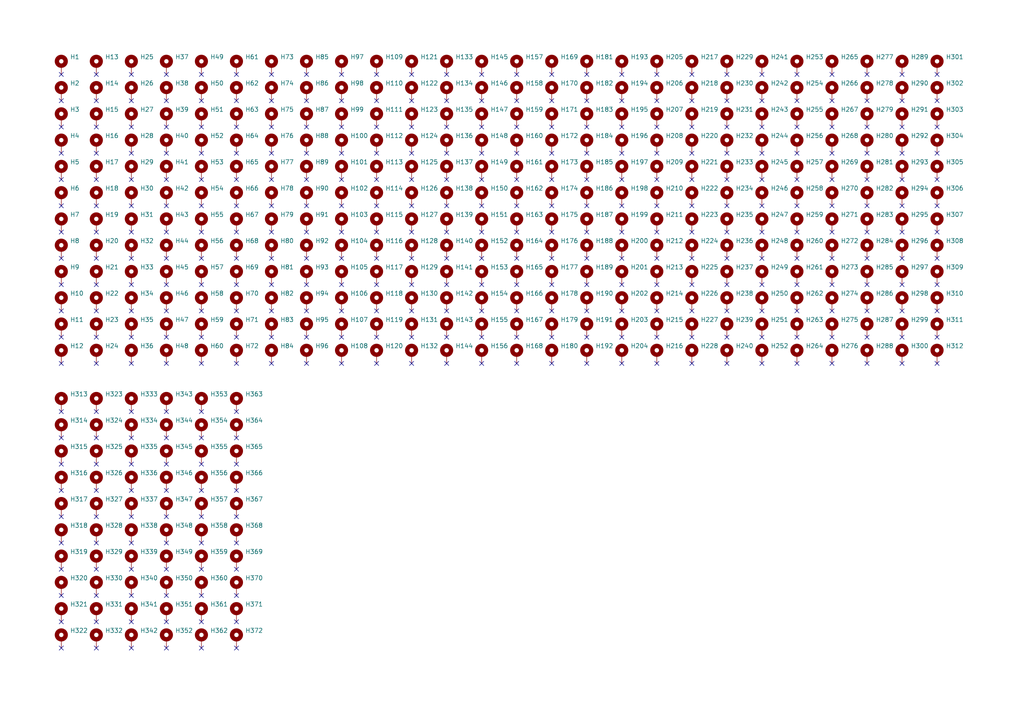
<source format=kicad_sch>
(kicad_sch (version 20250114) (generator "eeschema") (generator_version "9.0")
  (paper "A4")
  (no_connect (at 210.82 67.31))
  (no_connect (at 78.74 82.55))
  (no_connect (at 210.82 36.83))
  (no_connect (at 78.74 105.41))
  (no_connect (at 170.18 59.69))
  (no_connect (at 68.58 29.21))
  (no_connect (at 17.78 134.62))
  (no_connect (at 190.5 90.17))
  (no_connect (at 109.22 36.83))
  (no_connect (at 38.1 142.24))
  (no_connect (at 220.98 74.93))
  (no_connect (at 48.26 44.45))
  (no_connect (at 99.06 29.21))
  (no_connect (at 271.78 59.69))
  (no_connect (at 251.46 59.69))
  (no_connect (at 88.9 21.59))
  (no_connect (at 190.5 59.69))
  (no_connect (at 27.94 142.24))
  (no_connect (at 68.58 187.96))
  (no_connect (at 68.58 165.1))
  (no_connect (at 68.58 67.31))
  (no_connect (at 231.14 74.93))
  (no_connect (at 220.98 29.21))
  (no_connect (at 119.38 105.41))
  (no_connect (at 160.02 59.69))
  (no_connect (at 271.78 44.45))
  (no_connect (at 210.82 44.45))
  (no_connect (at 210.82 90.17))
  (no_connect (at 190.5 21.59))
  (no_connect (at 58.42 142.24))
  (no_connect (at 231.14 82.55))
  (no_connect (at 149.86 67.31))
  (no_connect (at 241.3 105.41))
  (no_connect (at 271.78 52.07))
  (no_connect (at 109.22 82.55))
  (no_connect (at 68.58 149.86))
  (no_connect (at 27.94 187.96))
  (no_connect (at 38.1 59.69))
  (no_connect (at 119.38 21.59))
  (no_connect (at 48.26 149.86))
  (no_connect (at 129.54 97.79))
  (no_connect (at 190.5 29.21))
  (no_connect (at 190.5 44.45))
  (no_connect (at 241.3 67.31))
  (no_connect (at 170.18 21.59))
  (no_connect (at 48.26 36.83))
  (no_connect (at 58.42 59.69))
  (no_connect (at 17.78 180.34))
  (no_connect (at 180.34 90.17))
  (no_connect (at 210.82 52.07))
  (no_connect (at 88.9 82.55))
  (no_connect (at 38.1 74.93))
  (no_connect (at 231.14 21.59))
  (no_connect (at 190.5 74.93))
  (no_connect (at 38.1 165.1))
  (no_connect (at 48.26 119.38))
  (no_connect (at 78.74 59.69))
  (no_connect (at 38.1 149.86))
  (no_connect (at 180.34 36.83))
  (no_connect (at 68.58 82.55))
  (no_connect (at 17.78 97.79))
  (no_connect (at 58.42 119.38))
  (no_connect (at 241.3 82.55))
  (no_connect (at 68.58 142.24))
  (no_connect (at 17.78 44.45))
  (no_connect (at 109.22 21.59))
  (no_connect (at 170.18 29.21))
  (no_connect (at 271.78 74.93))
  (no_connect (at 88.9 59.69))
  (no_connect (at 139.7 59.69))
  (no_connect (at 231.14 97.79))
  (no_connect (at 78.74 21.59))
  (no_connect (at 200.66 74.93))
  (no_connect (at 220.98 52.07))
  (no_connect (at 99.06 67.31))
  (no_connect (at 58.42 29.21))
  (no_connect (at 119.38 44.45))
  (no_connect (at 170.18 97.79))
  (no_connect (at 271.78 36.83))
  (no_connect (at 210.82 74.93))
  (no_connect (at 68.58 90.17))
  (no_connect (at 68.58 119.38))
  (no_connect (at 251.46 90.17))
  (no_connect (at 38.1 127))
  (no_connect (at 160.02 21.59))
  (no_connect (at 48.26 127))
  (no_connect (at 68.58 59.69))
  (no_connect (at 48.26 52.07))
  (no_connect (at 78.74 67.31))
  (no_connect (at 58.42 134.62))
  (no_connect (at 17.78 187.96))
  (no_connect (at 180.34 105.41))
  (no_connect (at 27.94 97.79))
  (no_connect (at 119.38 29.21))
  (no_connect (at 180.34 29.21))
  (no_connect (at 190.5 67.31))
  (no_connect (at 27.94 119.38))
  (no_connect (at 38.1 187.96))
  (no_connect (at 17.78 165.1))
  (no_connect (at 180.34 97.79))
  (no_connect (at 17.78 149.86))
  (no_connect (at 190.5 36.83))
  (no_connect (at 38.1 82.55))
  (no_connect (at 170.18 105.41))
  (no_connect (at 241.3 59.69))
  (no_connect (at 210.82 59.69))
  (no_connect (at 88.9 90.17))
  (no_connect (at 190.5 82.55))
  (no_connect (at 170.18 36.83))
  (no_connect (at 261.62 59.69))
  (no_connect (at 119.38 36.83))
  (no_connect (at 261.62 44.45))
  (no_connect (at 17.78 82.55))
  (no_connect (at 88.9 29.21))
  (no_connect (at 58.42 172.72))
  (no_connect (at 149.86 44.45))
  (no_connect (at 149.86 29.21))
  (no_connect (at 109.22 90.17))
  (no_connect (at 251.46 44.45))
  (no_connect (at 271.78 82.55))
  (no_connect (at 48.26 90.17))
  (no_connect (at 200.66 97.79))
  (no_connect (at 220.98 90.17))
  (no_connect (at 220.98 59.69))
  (no_connect (at 48.26 187.96))
  (no_connect (at 48.26 134.62))
  (no_connect (at 170.18 90.17))
  (no_connect (at 139.7 44.45))
  (no_connect (at 129.54 67.31))
  (no_connect (at 119.38 74.93))
  (no_connect (at 38.1 52.07))
  (no_connect (at 38.1 29.21))
  (no_connect (at 27.94 44.45))
  (no_connect (at 68.58 52.07))
  (no_connect (at 27.94 67.31))
  (no_connect (at 27.94 127))
  (no_connect (at 78.74 74.93))
  (no_connect (at 58.42 67.31))
  (no_connect (at 109.22 105.41))
  (no_connect (at 109.22 97.79))
  (no_connect (at 27.94 172.72))
  (no_connect (at 139.7 90.17))
  (no_connect (at 119.38 59.69))
  (no_connect (at 88.9 44.45))
  (no_connect (at 129.54 90.17))
  (no_connect (at 27.94 36.83))
  (no_connect (at 139.7 21.59))
  (no_connect (at 58.42 165.1))
  (no_connect (at 58.42 187.96))
  (no_connect (at 88.9 67.31))
  (no_connect (at 27.94 105.41))
  (no_connect (at 251.46 97.79))
  (no_connect (at 149.86 52.07))
  (no_connect (at 149.86 82.55))
  (no_connect (at 190.5 97.79))
  (no_connect (at 27.94 52.07))
  (no_connect (at 241.3 29.21))
  (no_connect (at 78.74 36.83))
  (no_connect (at 58.42 82.55))
  (no_connect (at 261.62 82.55))
  (no_connect (at 17.78 52.07))
  (no_connect (at 180.34 21.59))
  (no_connect (at 78.74 97.79))
  (no_connect (at 190.5 52.07))
  (no_connect (at 149.86 105.41))
  (no_connect (at 129.54 44.45))
  (no_connect (at 200.66 52.07))
  (no_connect (at 160.02 74.93))
  (no_connect (at 200.66 29.21))
  (no_connect (at 231.14 29.21))
  (no_connect (at 149.86 74.93))
  (no_connect (at 27.94 82.55))
  (no_connect (at 210.82 82.55))
  (no_connect (at 180.34 67.31))
  (no_connect (at 78.74 52.07))
  (no_connect (at 139.7 74.93))
  (no_connect (at 78.74 29.21))
  (no_connect (at 271.78 67.31))
  (no_connect (at 271.78 29.21))
  (no_connect (at 139.7 36.83))
  (no_connect (at 200.66 21.59))
  (no_connect (at 241.3 74.93))
  (no_connect (at 139.7 97.79))
  (no_connect (at 261.62 36.83))
  (no_connect (at 27.94 29.21))
  (no_connect (at 271.78 21.59))
  (no_connect (at 251.46 29.21))
  (no_connect (at 241.3 36.83))
  (no_connect (at 99.06 21.59))
  (no_connect (at 210.82 105.41))
  (no_connect (at 231.14 90.17))
  (no_connect (at 261.62 97.79))
  (no_connect (at 17.78 90.17))
  (no_connect (at 160.02 44.45))
  (no_connect (at 58.42 44.45))
  (no_connect (at 27.94 90.17))
  (no_connect (at 48.26 180.34))
  (no_connect (at 78.74 44.45))
  (no_connect (at 88.9 97.79))
  (no_connect (at 241.3 44.45))
  (no_connect (at 68.58 21.59))
  (no_connect (at 139.7 82.55))
  (no_connect (at 38.1 172.72))
  (no_connect (at 129.54 52.07))
  (no_connect (at 119.38 90.17))
  (no_connect (at 109.22 74.93))
  (no_connect (at 68.58 127))
  (no_connect (at 68.58 180.34))
  (no_connect (at 251.46 21.59))
  (no_connect (at 129.54 59.69))
  (no_connect (at 38.1 105.41))
  (no_connect (at 200.66 105.41))
  (no_connect (at 231.14 52.07))
  (no_connect (at 99.06 74.93))
  (no_connect (at 58.42 52.07))
  (no_connect (at 210.82 29.21))
  (no_connect (at 27.94 180.34))
  (no_connect (at 180.34 52.07))
  (no_connect (at 38.1 67.31))
  (no_connect (at 58.42 36.83))
  (no_connect (at 160.02 29.21))
  (no_connect (at 17.78 29.21))
  (no_connect (at 231.14 59.69))
  (no_connect (at 271.78 105.41))
  (no_connect (at 99.06 105.41))
  (no_connect (at 38.1 157.48))
  (no_connect (at 160.02 52.07))
  (no_connect (at 68.58 97.79))
  (no_connect (at 190.5 105.41))
  (no_connect (at 17.78 172.72))
  (no_connect (at 241.3 97.79))
  (no_connect (at 220.98 67.31))
  (no_connect (at 38.1 134.62))
  (no_connect (at 48.26 172.72))
  (no_connect (at 38.1 36.83))
  (no_connect (at 210.82 21.59))
  (no_connect (at 220.98 97.79))
  (no_connect (at 38.1 119.38))
  (no_connect (at 58.42 180.34))
  (no_connect (at 210.82 97.79))
  (no_connect (at 99.06 82.55))
  (no_connect (at 200.66 44.45))
  (no_connect (at 58.42 127))
  (no_connect (at 17.78 74.93))
  (no_connect (at 160.02 82.55))
  (no_connect (at 109.22 52.07))
  (no_connect (at 48.26 105.41))
  (no_connect (at 139.7 67.31))
  (no_connect (at 200.66 59.69))
  (no_connect (at 170.18 44.45))
  (no_connect (at 261.62 52.07))
  (no_connect (at 180.34 44.45))
  (no_connect (at 48.26 67.31))
  (no_connect (at 129.54 82.55))
  (no_connect (at 251.46 52.07))
  (no_connect (at 271.78 90.17))
  (no_connect (at 99.06 90.17))
  (no_connect (at 200.66 36.83))
  (no_connect (at 38.1 180.34))
  (no_connect (at 129.54 36.83))
  (no_connect (at 17.78 142.24))
  (no_connect (at 180.34 59.69))
  (no_connect (at 261.62 74.93))
  (no_connect (at 129.54 105.41))
  (no_connect (at 251.46 67.31))
  (no_connect (at 119.38 97.79))
  (no_connect (at 160.02 90.17))
  (no_connect (at 48.26 97.79))
  (no_connect (at 139.7 52.07))
  (no_connect (at 170.18 52.07))
  (no_connect (at 160.02 97.79))
  (no_connect (at 38.1 21.59))
  (no_connect (at 38.1 90.17))
  (no_connect (at 99.06 36.83))
  (no_connect (at 149.86 59.69))
  (no_connect (at 48.26 165.1))
  (no_connect (at 17.78 21.59))
  (no_connect (at 119.38 67.31))
  (no_connect (at 27.94 149.86))
  (no_connect (at 58.42 90.17))
  (no_connect (at 119.38 82.55))
  (no_connect (at 139.7 29.21))
  (no_connect (at 38.1 97.79))
  (no_connect (at 261.62 67.31))
  (no_connect (at 129.54 21.59))
  (no_connect (at 58.42 149.86))
  (no_connect (at 261.62 21.59))
  (no_connect (at 261.62 90.17))
  (no_connect (at 200.66 67.31))
  (no_connect (at 231.14 105.41))
  (no_connect (at 220.98 21.59))
  (no_connect (at 231.14 44.45))
  (no_connect (at 170.18 74.93))
  (no_connect (at 180.34 82.55))
  (no_connect (at 149.86 21.59))
  (no_connect (at 88.9 105.41))
  (no_connect (at 38.1 44.45))
  (no_connect (at 231.14 36.83))
  (no_connect (at 200.66 90.17))
  (no_connect (at 68.58 36.83))
  (no_connect (at 160.02 67.31))
  (no_connect (at 99.06 97.79))
  (no_connect (at 220.98 105.41))
  (no_connect (at 17.78 157.48))
  (no_connect (at 241.3 90.17))
  (no_connect (at 109.22 59.69))
  (no_connect (at 170.18 82.55))
  (no_connect (at 170.18 67.31))
  (no_connect (at 109.22 67.31))
  (no_connect (at 160.02 36.83))
  (no_connect (at 48.26 59.69))
  (no_connect (at 160.02 105.41))
  (no_connect (at 58.42 74.93))
  (no_connect (at 99.06 52.07))
  (no_connect (at 17.78 105.41))
  (no_connect (at 129.54 29.21))
  (no_connect (at 48.26 74.93))
  (no_connect (at 68.58 44.45))
  (no_connect (at 68.58 157.48))
  (no_connect (at 149.86 36.83))
  (no_connect (at 109.22 44.45))
  (no_connect (at 78.74 90.17))
  (no_connect (at 68.58 74.93))
  (no_connect (at 271.78 97.79))
  (no_connect (at 119.38 52.07))
  (no_connect (at 99.06 44.45))
  (no_connect (at 17.78 36.83))
  (no_connect (at 231.14 67.31))
  (no_connect (at 180.34 74.93))
  (no_connect (at 58.42 157.48))
  (no_connect (at 251.46 74.93))
  (no_connect (at 68.58 134.62))
  (no_connect (at 68.58 172.72))
  (no_connect (at 220.98 36.83))
  (no_connect (at 251.46 82.55))
  (no_connect (at 48.26 157.48))
  (no_connect (at 48.26 82.55))
  (no_connect (at 88.9 74.93))
  (no_connect (at 149.86 97.79))
  (no_connect (at 251.46 36.83))
  (no_connect (at 68.58 105.41))
  (no_connect (at 241.3 52.07))
  (no_connect (at 17.78 119.38))
  (no_connect (at 251.46 105.41))
  (no_connect (at 17.78 59.69))
  (no_connect (at 27.94 157.48))
  (no_connect (at 58.42 105.41))
  (no_connect (at 17.78 127))
  (no_connect (at 241.3 21.59))
  (no_connect (at 48.26 142.24))
  (no_connect (at 27.94 74.93))
  (no_connect (at 27.94 21.59))
  (no_connect (at 99.06 59.69))
  (no_connect (at 200.66 82.55))
  (no_connect (at 48.26 21.59))
  (no_connect (at 48.26 29.21))
  (no_connect (at 58.42 97.79))
  (no_connect (at 261.62 29.21))
  (no_connect (at 220.98 82.55))
  (no_connect (at 109.22 29.21))
  (no_connect (at 139.7 105.41))
  (no_connect (at 17.78 67.31))
  (no_connect (at 129.54 74.93))
  (no_connect (at 58.42 21.59))
  (no_connect (at 27.94 165.1))
  (no_connect (at 27.94 59.69))
  (no_connect (at 88.9 36.83))
  (no_connect (at 27.94 134.62))
  (no_connect (at 261.62 105.41))
  (no_connect (at 149.86 90.17))
  (no_connect (at 220.98 44.45))
  (no_connect (at 88.9 52.07))
  (symbol (lib_id "Mechanical:MountingHole_Pad") (at 27.94 185.42 0) (unit 1) (in_bom no)
    (property "Reference" "H332" (at 30.48 182.8799 0) (effects (justify left)))
    (property "Value" "MountingHole_Pad" (effects (hide yes)))
    (property "Footprint" "my_keyswitch:TestPoint_THTPad_a" (effects (hide yes)))
    (property "Description" "Mounting Hole with connection" (effects (hide yes)))
  )
  (symbol (lib_id "Mechanical:MountingHole_Pad") (at 58.42 132.08 0) (unit 1) (in_bom no)
    (property "Reference" "H355" (at 60.96 129.5399 0) (effects (justify left)))
    (property "Value" "MountingHole_Pad" (effects (hide yes)))
    (property "Footprint" "my_keyswitch:TestPoint_THTPad_a" (effects (hide yes)))
    (property "Description" "Mounting Hole with connection" (effects (hide yes)))
  )
  (symbol (lib_id "Mechanical:MountingHole_Pad") (at 48.26 87.63 0) (unit 1) (in_bom no)
    (property "Reference" "H46" (at 50.8 85.0899 0) (effects (justify left)))
    (property "Value" "MountingHole_Pad" (effects (hide yes)))
    (property "Footprint" "my_keyswitch:TestPoint_THTPad_a" (effects (hide yes)))
    (property "Description" "Mounting Hole with connection" (effects (hide yes)))
  )
  (symbol (lib_id "Mechanical:MountingHole_Pad") (at 149.86 80.01 0) (unit 1) (in_bom no)
    (property "Reference" "H165" (at 152.4 77.4699 0) (effects (justify left)))
    (property "Value" "MountingHole_Pad" (effects (hide yes)))
    (property "Footprint" "my_keyswitch:TestPoint_THTPad_a" (effects (hide yes)))
    (property "Description" "Mounting Hole with connection" (effects (hide yes)))
  )
  (symbol (lib_id "Mechanical:MountingHole_Pad") (at 170.18 64.77 0) (unit 1) (in_bom no)
    (property "Reference" "H187" (at 172.72 62.2299 0) (effects (justify left)))
    (property "Value" "MountingHole_Pad" (effects (hide yes)))
    (property "Footprint" "my_keyswitch:TestPoint_THTPad_a" (effects (hide yes)))
    (property "Description" "Mounting Hole with connection" (effects (hide yes)))
  )
  (symbol (lib_id "Mechanical:MountingHole_Pad") (at 27.94 162.56 0) (unit 1) (in_bom no)
    (property "Reference" "H329" (at 30.48 160.0199 0) (effects (justify left)))
    (property "Value" "MountingHole_Pad" (effects (hide yes)))
    (property "Footprint" "my_keyswitch:TestPoint_THTPad_a" (effects (hide yes)))
    (property "Description" "Mounting Hole with connection" (effects (hide yes)))
  )
  (symbol (lib_id "Mechanical:MountingHole_Pad") (at 220.98 41.91 0) (unit 1) (in_bom no)
    (property "Reference" "H244" (at 223.52 39.3699 0) (effects (justify left)))
    (property "Value" "MountingHole_Pad" (effects (hide yes)))
    (property "Footprint" "my_keyswitch:TestPoint_THTPad_a" (effects (hide yes)))
    (property "Description" "Mounting Hole with connection" (effects (hide yes)))
  )
  (symbol (lib_id "Mechanical:MountingHole_Pad") (at 27.94 41.91 0) (unit 1) (in_bom no)
    (property "Reference" "H16" (at 30.48 39.3699 0) (effects (justify left)))
    (property "Value" "MountingHole_Pad" (effects (hide yes)))
    (property "Footprint" "my_keyswitch:TestPoint_THTPad_a" (effects (hide yes)))
    (property "Description" "Mounting Hole with connection" (effects (hide yes)))
  )
  (symbol (lib_id "Mechanical:MountingHole_Pad") (at 99.06 34.29 0) (unit 1) (in_bom no)
    (property "Reference" "H99" (at 101.6 31.7499 0) (effects (justify left)))
    (property "Value" "MountingHole_Pad" (effects (hide yes)))
    (property "Footprint" "my_keyswitch:TestPoint_THTPad_a" (effects (hide yes)))
    (property "Description" "Mounting Hole with connection" (effects (hide yes)))
  )
  (symbol (lib_id "Mechanical:MountingHole_Pad") (at 78.74 87.63 0) (unit 1) (in_bom no)
    (property "Reference" "H82" (at 81.28 85.0899 0) (effects (justify left)))
    (property "Value" "MountingHole_Pad" (effects (hide yes)))
    (property "Footprint" "my_keyswitch:TestPoint_THTPad_a" (effects (hide yes)))
    (property "Description" "Mounting Hole with connection" (effects (hide yes)))
  )
  (symbol (lib_id "Mechanical:MountingHole_Pad") (at 190.5 80.01 0) (unit 1) (in_bom no)
    (property "Reference" "H213" (at 193.04 77.4699 0) (effects (justify left)))
    (property "Value" "MountingHole_Pad" (effects (hide yes)))
    (property "Footprint" "my_keyswitch:TestPoint_THTPad_a" (effects (hide yes)))
    (property "Description" "Mounting Hole with connection" (effects (hide yes)))
  )
  (symbol (lib_id "Mechanical:MountingHole_Pad") (at 180.34 26.67 0) (unit 1) (in_bom no)
    (property "Reference" "H194" (at 182.88 24.1299 0) (effects (justify left)))
    (property "Value" "MountingHole_Pad" (effects (hide yes)))
    (property "Footprint" "my_keyswitch:TestPoint_THTPad_a" (effects (hide yes)))
    (property "Description" "Mounting Hole with connection" (effects (hide yes)))
  )
  (symbol (lib_id "Mechanical:MountingHole_Pad") (at 210.82 49.53 0) (unit 1) (in_bom no)
    (property "Reference" "H233" (at 213.36 46.9899 0) (effects (justify left)))
    (property "Value" "MountingHole_Pad" (effects (hide yes)))
    (property "Footprint" "my_keyswitch:TestPoint_THTPad_a" (effects (hide yes)))
    (property "Description" "Mounting Hole with connection" (effects (hide yes)))
  )
  (symbol (lib_id "Mechanical:MountingHole_Pad") (at 180.34 49.53 0) (unit 1) (in_bom no)
    (property "Reference" "H197" (at 182.88 46.9899 0) (effects (justify left)))
    (property "Value" "MountingHole_Pad" (effects (hide yes)))
    (property "Footprint" "my_keyswitch:TestPoint_THTPad_a" (effects (hide yes)))
    (property "Description" "Mounting Hole with connection" (effects (hide yes)))
  )
  (symbol (lib_id "Mechanical:MountingHole_Pad") (at 38.1 49.53 0) (unit 1) (in_bom no)
    (property "Reference" "H29" (at 40.64 46.9899 0) (effects (justify left)))
    (property "Value" "MountingHole_Pad" (effects (hide yes)))
    (property "Footprint" "my_keyswitch:TestPoint_THTPad_a" (effects (hide yes)))
    (property "Description" "Mounting Hole with connection" (effects (hide yes)))
  )
  (symbol (lib_id "Mechanical:MountingHole_Pad") (at 231.14 80.01 0) (unit 1) (in_bom no)
    (property "Reference" "H261" (at 233.68 77.4699 0) (effects (justify left)))
    (property "Value" "MountingHole_Pad" (effects (hide yes)))
    (property "Footprint" "my_keyswitch:TestPoint_THTPad_a" (effects (hide yes)))
    (property "Description" "Mounting Hole with connection" (effects (hide yes)))
  )
  (symbol (lib_id "Mechanical:MountingHole_Pad") (at 160.02 87.63 0) (unit 1) (in_bom no)
    (property "Reference" "H178" (at 162.56 85.0899 0) (effects (justify left)))
    (property "Value" "MountingHole_Pad" (effects (hide yes)))
    (property "Footprint" "my_keyswitch:TestPoint_THTPad_a" (effects (hide yes)))
    (property "Description" "Mounting Hole with connection" (effects (hide yes)))
  )
  (symbol (lib_id "Mechanical:MountingHole_Pad") (at 38.1 102.87 0) (unit 1) (in_bom no)
    (property "Reference" "H36" (at 40.64 100.3299 0) (effects (justify left)))
    (property "Value" "MountingHole_Pad" (effects (hide yes)))
    (property "Footprint" "my_keyswitch:TestPoint_THTPad_a" (effects (hide yes)))
    (property "Description" "Mounting Hole with connection" (effects (hide yes)))
  )
  (symbol (lib_id "Mechanical:MountingHole_Pad") (at 48.26 132.08 0) (unit 1) (in_bom no)
    (property "Reference" "H345" (at 50.8 129.5399 0) (effects (justify left)))
    (property "Value" "MountingHole_Pad" (effects (hide yes)))
    (property "Footprint" "my_keyswitch:TestPoint_THTPad_a" (effects (hide yes)))
    (property "Description" "Mounting Hole with connection" (effects (hide yes)))
  )
  (symbol (lib_id "Mechanical:MountingHole_Pad") (at 231.14 95.25 0) (unit 1) (in_bom no)
    (property "Reference" "H263" (at 233.68 92.7099 0) (effects (justify left)))
    (property "Value" "MountingHole_Pad" (effects (hide yes)))
    (property "Footprint" "my_keyswitch:TestPoint_THTPad_a" (effects (hide yes)))
    (property "Description" "Mounting Hole with connection" (effects (hide yes)))
  )
  (symbol (lib_id "Mechanical:MountingHole_Pad") (at 48.26 49.53 0) (unit 1) (in_bom no)
    (property "Reference" "H41" (at 50.8 46.9899 0) (effects (justify left)))
    (property "Value" "MountingHole_Pad" (effects (hide yes)))
    (property "Footprint" "my_keyswitch:TestPoint_THTPad_a" (effects (hide yes)))
    (property "Description" "Mounting Hole with connection" (effects (hide yes)))
  )
  (symbol (lib_id "Mechanical:MountingHole_Pad") (at 271.78 41.91 0) (unit 1) (in_bom no)
    (property "Reference" "H304" (at 274.32 39.3699 0) (effects (justify left)))
    (property "Value" "MountingHole_Pad" (effects (hide yes)))
    (property "Footprint" "my_keyswitch:TestPoint_THTPad_a" (effects (hide yes)))
    (property "Description" "Mounting Hole with connection" (effects (hide yes)))
  )
  (symbol (lib_id "Mechanical:MountingHole_Pad") (at 48.26 64.77 0) (unit 1) (in_bom no)
    (property "Reference" "H43" (at 50.8 62.2299 0) (effects (justify left)))
    (property "Value" "MountingHole_Pad" (effects (hide yes)))
    (property "Footprint" "my_keyswitch:TestPoint_THTPad_a" (effects (hide yes)))
    (property "Description" "Mounting Hole with connection" (effects (hide yes)))
  )
  (symbol (lib_id "Mechanical:MountingHole_Pad") (at 78.74 102.87 0) (unit 1) (in_bom no)
    (property "Reference" "H84" (at 81.28 100.3299 0) (effects (justify left)))
    (property "Value" "MountingHole_Pad" (effects (hide yes)))
    (property "Footprint" "my_keyswitch:TestPoint_THTPad_a" (effects (hide yes)))
    (property "Description" "Mounting Hole with connection" (effects (hide yes)))
  )
  (symbol (lib_id "Mechanical:MountingHole_Pad") (at 119.38 41.91 0) (unit 1) (in_bom no)
    (property "Reference" "H124" (at 121.92 39.3699 0) (effects (justify left)))
    (property "Value" "MountingHole_Pad" (effects (hide yes)))
    (property "Footprint" "my_keyswitch:TestPoint_THTPad_a" (effects (hide yes)))
    (property "Description" "Mounting Hole with connection" (effects (hide yes)))
  )
  (symbol (lib_id "Mechanical:MountingHole_Pad") (at 88.9 26.67 0) (unit 1) (in_bom no)
    (property "Reference" "H86" (at 91.44 24.1299 0) (effects (justify left)))
    (property "Value" "MountingHole_Pad" (effects (hide yes)))
    (property "Footprint" "my_keyswitch:TestPoint_THTPad_a" (effects (hide yes)))
    (property "Description" "Mounting Hole with connection" (effects (hide yes)))
  )
  (symbol (lib_id "Mechanical:MountingHole_Pad") (at 231.14 64.77 0) (unit 1) (in_bom no)
    (property "Reference" "H259" (at 233.68 62.2299 0) (effects (justify left)))
    (property "Value" "MountingHole_Pad" (effects (hide yes)))
    (property "Footprint" "my_keyswitch:TestPoint_THTPad_a" (effects (hide yes)))
    (property "Description" "Mounting Hole with connection" (effects (hide yes)))
  )
  (symbol (lib_id "Mechanical:MountingHole_Pad") (at 38.1 57.15 0) (unit 1) (in_bom no)
    (property "Reference" "H30" (at 40.64 54.6099 0) (effects (justify left)))
    (property "Value" "MountingHole_Pad" (effects (hide yes)))
    (property "Footprint" "my_keyswitch:TestPoint_THTPad_a" (effects (hide yes)))
    (property "Description" "Mounting Hole with connection" (effects (hide yes)))
  )
  (symbol (lib_id "Mechanical:MountingHole_Pad") (at 38.1 95.25 0) (unit 1) (in_bom no)
    (property "Reference" "H35" (at 40.64 92.7099 0) (effects (justify left)))
    (property "Value" "MountingHole_Pad" (effects (hide yes)))
    (property "Footprint" "my_keyswitch:TestPoint_THTPad_a" (effects (hide yes)))
    (property "Description" "Mounting Hole with connection" (effects (hide yes)))
  )
  (symbol (lib_id "Mechanical:MountingHole_Pad") (at 27.94 116.84 0) (unit 1) (in_bom no)
    (property "Reference" "H323" (at 30.48 114.2999 0) (effects (justify left)))
    (property "Value" "MountingHole_Pad" (effects (hide yes)))
    (property "Footprint" "my_keyswitch:TestPoint_THTPad_a" (effects (hide yes)))
    (property "Description" "Mounting Hole with connection" (effects (hide yes)))
  )
  (symbol (lib_id "Mechanical:MountingHole_Pad") (at 170.18 87.63 0) (unit 1) (in_bom no)
    (property "Reference" "H190" (at 172.72 85.0899 0) (effects (justify left)))
    (property "Value" "MountingHole_Pad" (effects (hide yes)))
    (property "Footprint" "my_keyswitch:TestPoint_THTPad_a" (effects (hide yes)))
    (property "Description" "Mounting Hole with connection" (effects (hide yes)))
  )
  (symbol (lib_id "Mechanical:MountingHole_Pad") (at 241.3 19.05 0) (unit 1) (in_bom no)
    (property "Reference" "H265" (at 243.84 16.5099 0) (effects (justify left)))
    (property "Value" "MountingHole_Pad" (effects (hide yes)))
    (property "Footprint" "my_keyswitch:TestPoint_THTPad_a" (effects (hide yes)))
    (property "Description" "Mounting Hole with connection" (effects (hide yes)))
  )
  (symbol (lib_id "Mechanical:MountingHole_Pad") (at 180.34 87.63 0) (unit 1) (in_bom no)
    (property "Reference" "H202" (at 182.88 85.0899 0) (effects (justify left)))
    (property "Value" "MountingHole_Pad" (effects (hide yes)))
    (property "Footprint" "my_keyswitch:TestPoint_THTPad_a" (effects (hide yes)))
    (property "Description" "Mounting Hole with connection" (effects (hide yes)))
  )
  (symbol (lib_id "Mechanical:MountingHole_Pad") (at 17.78 185.42 0) (unit 1) (in_bom no)
    (property "Reference" "H322" (at 20.32 182.8799 0) (effects (justify left)))
    (property "Value" "MountingHole_Pad" (effects (hide yes)))
    (property "Footprint" "my_keyswitch:TestPoint_THTPad_a" (effects (hide yes)))
    (property "Description" "Mounting Hole with connection" (effects (hide yes)))
  )
  (symbol (lib_id "Mechanical:MountingHole_Pad") (at 180.34 95.25 0) (unit 1) (in_bom no)
    (property "Reference" "H203" (at 182.88 92.7099 0) (effects (justify left)))
    (property "Value" "MountingHole_Pad" (effects (hide yes)))
    (property "Footprint" "my_keyswitch:TestPoint_THTPad_a" (effects (hide yes)))
    (property "Description" "Mounting Hole with connection" (effects (hide yes)))
  )
  (symbol (lib_id "Mechanical:MountingHole_Pad") (at 68.58 49.53 0) (unit 1) (in_bom no)
    (property "Reference" "H65" (at 71.12 46.9899 0) (effects (justify left)))
    (property "Value" "MountingHole_Pad" (effects (hide yes)))
    (property "Footprint" "my_keyswitch:TestPoint_THTPad_a" (effects (hide yes)))
    (property "Description" "Mounting Hole with connection" (effects (hide yes)))
  )
  (symbol (lib_id "Mechanical:MountingHole_Pad") (at 160.02 72.39 0) (unit 1) (in_bom no)
    (property "Reference" "H176" (at 162.56 69.8499 0) (effects (justify left)))
    (property "Value" "MountingHole_Pad" (effects (hide yes)))
    (property "Footprint" "my_keyswitch:TestPoint_THTPad_a" (effects (hide yes)))
    (property "Description" "Mounting Hole with connection" (effects (hide yes)))
  )
  (symbol (lib_id "Mechanical:MountingHole_Pad") (at 58.42 102.87 0) (unit 1) (in_bom no)
    (property "Reference" "H60" (at 60.96 100.3299 0) (effects (justify left)))
    (property "Value" "MountingHole_Pad" (effects (hide yes)))
    (property "Footprint" "my_keyswitch:TestPoint_THTPad_a" (effects (hide yes)))
    (property "Description" "Mounting Hole with connection" (effects (hide yes)))
  )
  (symbol (lib_id "Mechanical:MountingHole_Pad") (at 17.78 95.25 0) (unit 1) (in_bom no)
    (property "Reference" "H11" (at 20.32 92.7099 0) (effects (justify left)))
    (property "Value" "MountingHole_Pad" (effects (hide yes)))
    (property "Footprint" "my_keyswitch:TestPoint_THTPad_a" (effects (hide yes)))
    (property "Description" "Mounting Hole with connection" (effects (hide yes)))
  )
  (symbol (lib_id "Mechanical:MountingHole_Pad") (at 68.58 64.77 0) (unit 1) (in_bom no)
    (property "Reference" "H67" (at 71.12 62.2299 0) (effects (justify left)))
    (property "Value" "MountingHole_Pad" (effects (hide yes)))
    (property "Footprint" "my_keyswitch:TestPoint_THTPad_a" (effects (hide yes)))
    (property "Description" "Mounting Hole with connection" (effects (hide yes)))
  )
  (symbol (lib_id "Mechanical:MountingHole_Pad") (at 251.46 26.67 0) (unit 1) (in_bom no)
    (property "Reference" "H278" (at 254 24.1299 0) (effects (justify left)))
    (property "Value" "MountingHole_Pad" (effects (hide yes)))
    (property "Footprint" "my_keyswitch:TestPoint_THTPad_a" (effects (hide yes)))
    (property "Description" "Mounting Hole with connection" (effects (hide yes)))
  )
  (symbol (lib_id "Mechanical:MountingHole_Pad") (at 170.18 72.39 0) (unit 1) (in_bom no)
    (property "Reference" "H188" (at 172.72 69.8499 0) (effects (justify left)))
    (property "Value" "MountingHole_Pad" (effects (hide yes)))
    (property "Footprint" "my_keyswitch:TestPoint_THTPad_a" (effects (hide yes)))
    (property "Description" "Mounting Hole with connection" (effects (hide yes)))
  )
  (symbol (lib_id "Mechanical:MountingHole_Pad") (at 139.7 102.87 0) (unit 1) (in_bom no)
    (property "Reference" "H156" (at 142.24 100.3299 0) (effects (justify left)))
    (property "Value" "MountingHole_Pad" (effects (hide yes)))
    (property "Footprint" "my_keyswitch:TestPoint_THTPad_a" (effects (hide yes)))
    (property "Description" "Mounting Hole with connection" (effects (hide yes)))
  )
  (symbol (lib_id "Mechanical:MountingHole_Pad") (at 48.26 80.01 0) (unit 1) (in_bom no)
    (property "Reference" "H45" (at 50.8 77.4699 0) (effects (justify left)))
    (property "Value" "MountingHole_Pad" (effects (hide yes)))
    (property "Footprint" "my_keyswitch:TestPoint_THTPad_a" (effects (hide yes)))
    (property "Description" "Mounting Hole with connection" (effects (hide yes)))
  )
  (symbol (lib_id "Mechanical:MountingHole_Pad") (at 17.78 102.87 0) (unit 1) (in_bom no)
    (property "Reference" "H12" (at 20.32 100.3299 0) (effects (justify left)))
    (property "Value" "MountingHole_Pad" (effects (hide yes)))
    (property "Footprint" "my_keyswitch:TestPoint_THTPad_a" (effects (hide yes)))
    (property "Description" "Mounting Hole with connection" (effects (hide yes)))
  )
  (symbol (lib_id "Mechanical:MountingHole_Pad") (at 139.7 72.39 0) (unit 1) (in_bom no)
    (property "Reference" "H152" (at 142.24 69.8499 0) (effects (justify left)))
    (property "Value" "MountingHole_Pad" (effects (hide yes)))
    (property "Footprint" "my_keyswitch:TestPoint_THTPad_a" (effects (hide yes)))
    (property "Description" "Mounting Hole with connection" (effects (hide yes)))
  )
  (symbol (lib_id "Mechanical:MountingHole_Pad") (at 68.58 95.25 0) (unit 1) (in_bom no)
    (property "Reference" "H71" (at 71.12 92.7099 0) (effects (justify left)))
    (property "Value" "MountingHole_Pad" (effects (hide yes)))
    (property "Footprint" "my_keyswitch:TestPoint_THTPad_a" (effects (hide yes)))
    (property "Description" "Mounting Hole with connection" (effects (hide yes)))
  )
  (symbol (lib_id "Mechanical:MountingHole_Pad") (at 241.3 57.15 0) (unit 1) (in_bom no)
    (property "Reference" "H270" (at 243.84 54.6099 0) (effects (justify left)))
    (property "Value" "MountingHole_Pad" (effects (hide yes)))
    (property "Footprint" "my_keyswitch:TestPoint_THTPad_a" (effects (hide yes)))
    (property "Description" "Mounting Hole with connection" (effects (hide yes)))
  )
  (symbol (lib_id "Mechanical:MountingHole_Pad") (at 27.94 95.25 0) (unit 1) (in_bom no)
    (property "Reference" "H23" (at 30.48 92.7099 0) (effects (justify left)))
    (property "Value" "MountingHole_Pad" (effects (hide yes)))
    (property "Footprint" "my_keyswitch:TestPoint_THTPad_a" (effects (hide yes)))
    (property "Description" "Mounting Hole with connection" (effects (hide yes)))
  )
  (symbol (lib_id "Mechanical:MountingHole_Pad") (at 190.5 95.25 0) (unit 1) (in_bom no)
    (property "Reference" "H215" (at 193.04 92.7099 0) (effects (justify left)))
    (property "Value" "MountingHole_Pad" (effects (hide yes)))
    (property "Footprint" "my_keyswitch:TestPoint_THTPad_a" (effects (hide yes)))
    (property "Description" "Mounting Hole with connection" (effects (hide yes)))
  )
  (symbol (lib_id "Mechanical:MountingHole_Pad") (at 251.46 64.77 0) (unit 1) (in_bom no)
    (property "Reference" "H283" (at 254 62.2299 0) (effects (justify left)))
    (property "Value" "MountingHole_Pad" (effects (hide yes)))
    (property "Footprint" "my_keyswitch:TestPoint_THTPad_a" (effects (hide yes)))
    (property "Description" "Mounting Hole with connection" (effects (hide yes)))
  )
  (symbol (lib_id "Mechanical:MountingHole_Pad") (at 200.66 87.63 0) (unit 1) (in_bom no)
    (property "Reference" "H226" (at 203.2 85.0899 0) (effects (justify left)))
    (property "Value" "MountingHole_Pad" (effects (hide yes)))
    (property "Footprint" "my_keyswitch:TestPoint_THTPad_a" (effects (hide yes)))
    (property "Description" "Mounting Hole with connection" (effects (hide yes)))
  )
  (symbol (lib_id "Mechanical:MountingHole_Pad") (at 27.94 154.94 0) (unit 1) (in_bom no)
    (property "Reference" "H328" (at 30.48 152.3999 0) (effects (justify left)))
    (property "Value" "MountingHole_Pad" (effects (hide yes)))
    (property "Footprint" "my_keyswitch:TestPoint_THTPad_a" (effects (hide yes)))
    (property "Description" "Mounting Hole with connection" (effects (hide yes)))
  )
  (symbol (lib_id "Mechanical:MountingHole_Pad") (at 58.42 185.42 0) (unit 1) (in_bom no)
    (property "Reference" "H362" (at 60.96 182.8799 0) (effects (justify left)))
    (property "Value" "MountingHole_Pad" (effects (hide yes)))
    (property "Footprint" "my_keyswitch:TestPoint_THTPad_a" (effects (hide yes)))
    (property "Description" "Mounting Hole with connection" (effects (hide yes)))
  )
  (symbol (lib_id "Mechanical:MountingHole_Pad") (at 78.74 72.39 0) (unit 1) (in_bom no)
    (property "Reference" "H80" (at 81.28 69.8499 0) (effects (justify left)))
    (property "Value" "MountingHole_Pad" (effects (hide yes)))
    (property "Footprint" "my_keyswitch:TestPoint_THTPad_a" (effects (hide yes)))
    (property "Description" "Mounting Hole with connection" (effects (hide yes)))
  )
  (symbol (lib_id "Mechanical:MountingHole_Pad") (at 78.74 80.01 0) (unit 1) (in_bom no)
    (property "Reference" "H81" (at 81.28 77.4699 0) (effects (justify left)))
    (property "Value" "MountingHole_Pad" (effects (hide yes)))
    (property "Footprint" "my_keyswitch:TestPoint_THTPad_a" (effects (hide yes)))
    (property "Description" "Mounting Hole with connection" (effects (hide yes)))
  )
  (symbol (lib_id "Mechanical:MountingHole_Pad") (at 190.5 87.63 0) (unit 1) (in_bom no)
    (property "Reference" "H214" (at 193.04 85.0899 0) (effects (justify left)))
    (property "Value" "MountingHole_Pad" (effects (hide yes)))
    (property "Footprint" "my_keyswitch:TestPoint_THTPad_a" (effects (hide yes)))
    (property "Description" "Mounting Hole with connection" (effects (hide yes)))
  )
  (symbol (lib_id "Mechanical:MountingHole_Pad") (at 17.78 41.91 0) (unit 1) (in_bom no)
    (property "Reference" "H4" (at 20.32 39.3699 0) (effects (justify left)))
    (property "Value" "MountingHole_Pad" (effects (hide yes)))
    (property "Footprint" "my_keyswitch:TestPoint_THTPad_a" (effects (hide yes)))
    (property "Description" "Mounting Hole with connection" (effects (hide yes)))
  )
  (symbol (lib_id "Mechanical:MountingHole_Pad") (at 149.86 34.29 0) (unit 1) (in_bom no)
    (property "Reference" "H159" (at 152.4 31.7499 0) (effects (justify left)))
    (property "Value" "MountingHole_Pad" (effects (hide yes)))
    (property "Footprint" "my_keyswitch:TestPoint_THTPad_a" (effects (hide yes)))
    (property "Description" "Mounting Hole with connection" (effects (hide yes)))
  )
  (symbol (lib_id "Mechanical:MountingHole_Pad") (at 180.34 41.91 0) (unit 1) (in_bom no)
    (property "Reference" "H196" (at 182.88 39.3699 0) (effects (justify left)))
    (property "Value" "MountingHole_Pad" (effects (hide yes)))
    (property "Footprint" "my_keyswitch:TestPoint_THTPad_a" (effects (hide yes)))
    (property "Description" "Mounting Hole with connection" (effects (hide yes)))
  )
  (symbol (lib_id "Mechanical:MountingHole_Pad") (at 231.14 41.91 0) (unit 1) (in_bom no)
    (property "Reference" "H256" (at 233.68 39.3699 0) (effects (justify left)))
    (property "Value" "MountingHole_Pad" (effects (hide yes)))
    (property "Footprint" "my_keyswitch:TestPoint_THTPad_a" (effects (hide yes)))
    (property "Description" "Mounting Hole with connection" (effects (hide yes)))
  )
  (symbol (lib_id "Mechanical:MountingHole_Pad") (at 58.42 41.91 0) (unit 1) (in_bom no)
    (property "Reference" "H52" (at 60.96 39.3699 0) (effects (justify left)))
    (property "Value" "MountingHole_Pad" (effects (hide yes)))
    (property "Footprint" "my_keyswitch:TestPoint_THTPad_a" (effects (hide yes)))
    (property "Description" "Mounting Hole with connection" (effects (hide yes)))
  )
  (symbol (lib_id "Mechanical:MountingHole_Pad") (at 68.58 87.63 0) (unit 1) (in_bom no)
    (property "Reference" "H70" (at 71.12 85.0899 0) (effects (justify left)))
    (property "Value" "MountingHole_Pad" (effects (hide yes)))
    (property "Footprint" "my_keyswitch:TestPoint_THTPad_a" (effects (hide yes)))
    (property "Description" "Mounting Hole with connection" (effects (hide yes)))
  )
  (symbol (lib_id "Mechanical:MountingHole_Pad") (at 27.94 34.29 0) (unit 1) (in_bom no)
    (property "Reference" "H15" (at 30.48 31.7499 0) (effects (justify left)))
    (property "Value" "MountingHole_Pad" (effects (hide yes)))
    (property "Footprint" "my_keyswitch:TestPoint_THTPad_a" (effects (hide yes)))
    (property "Description" "Mounting Hole with connection" (effects (hide yes)))
  )
  (symbol (lib_id "Mechanical:MountingHole_Pad") (at 68.58 72.39 0) (unit 1) (in_bom no)
    (property "Reference" "H68" (at 71.12 69.8499 0) (effects (justify left)))
    (property "Value" "MountingHole_Pad" (effects (hide yes)))
    (property "Footprint" "my_keyswitch:TestPoint_THTPad_a" (effects (hide yes)))
    (property "Description" "Mounting Hole with connection" (effects (hide yes)))
  )
  (symbol (lib_id "Mechanical:MountingHole_Pad") (at 160.02 95.25 0) (unit 1) (in_bom no)
    (property "Reference" "H179" (at 162.56 92.7099 0) (effects (justify left)))
    (property "Value" "MountingHole_Pad" (effects (hide yes)))
    (property "Footprint" "my_keyswitch:TestPoint_THTPad_a" (effects (hide yes)))
    (property "Description" "Mounting Hole with connection" (effects (hide yes)))
  )
  (symbol (lib_id "Mechanical:MountingHole_Pad") (at 251.46 87.63 0) (unit 1) (in_bom no)
    (property "Reference" "H286" (at 254 85.0899 0) (effects (justify left)))
    (property "Value" "MountingHole_Pad" (effects (hide yes)))
    (property "Footprint" "my_keyswitch:TestPoint_THTPad_a" (effects (hide yes)))
    (property "Description" "Mounting Hole with connection" (effects (hide yes)))
  )
  (symbol (lib_id "Mechanical:MountingHole_Pad") (at 68.58 41.91 0) (unit 1) (in_bom no)
    (property "Reference" "H64" (at 71.12 39.3699 0) (effects (justify left)))
    (property "Value" "MountingHole_Pad" (effects (hide yes)))
    (property "Footprint" "my_keyswitch:TestPoint_THTPad_a" (effects (hide yes)))
    (property "Description" "Mounting Hole with connection" (effects (hide yes)))
  )
  (symbol (lib_id "Mechanical:MountingHole_Pad") (at 129.54 34.29 0) (unit 1) (in_bom no)
    (property "Reference" "H135" (at 132.08 31.7499 0) (effects (justify left)))
    (property "Value" "MountingHole_Pad" (effects (hide yes)))
    (property "Footprint" "my_keyswitch:TestPoint_THTPad_a" (effects (hide yes)))
    (property "Description" "Mounting Hole with connection" (effects (hide yes)))
  )
  (symbol (lib_id "Mechanical:MountingHole_Pad") (at 17.78 80.01 0) (unit 1) (in_bom no)
    (property "Reference" "H9" (at 20.32 77.4699 0) (effects (justify left)))
    (property "Value" "MountingHole_Pad" (effects (hide yes)))
    (property "Footprint" "my_keyswitch:TestPoint_THTPad_a" (effects (hide yes)))
    (property "Description" "Mounting Hole with connection" (effects (hide yes)))
  )
  (symbol (lib_id "Mechanical:MountingHole_Pad") (at 88.9 57.15 0) (unit 1) (in_bom no)
    (property "Reference" "H90" (at 91.44 54.6099 0) (effects (justify left)))
    (property "Value" "MountingHole_Pad" (effects (hide yes)))
    (property "Footprint" "my_keyswitch:TestPoint_THTPad_a" (effects (hide yes)))
    (property "Description" "Mounting Hole with connection" (effects (hide yes)))
  )
  (symbol (lib_id "Mechanical:MountingHole_Pad") (at 99.06 57.15 0) (unit 1) (in_bom no)
    (property "Reference" "H102" (at 101.6 54.6099 0) (effects (justify left)))
    (property "Value" "MountingHole_Pad" (effects (hide yes)))
    (property "Footprint" "my_keyswitch:TestPoint_THTPad_a" (effects (hide yes)))
    (property "Description" "Mounting Hole with connection" (effects (hide yes)))
  )
  (symbol (lib_id "Mechanical:MountingHole_Pad") (at 48.26 147.32 0) (unit 1) (in_bom no)
    (property "Reference" "H347" (at 50.8 144.7799 0) (effects (justify left)))
    (property "Value" "MountingHole_Pad" (effects (hide yes)))
    (property "Footprint" "my_keyswitch:TestPoint_THTPad_a" (effects (hide yes)))
    (property "Description" "Mounting Hole with connection" (effects (hide yes)))
  )
  (symbol (lib_id "Mechanical:MountingHole_Pad") (at 119.38 95.25 0) (unit 1) (in_bom no)
    (property "Reference" "H131" (at 121.92 92.7099 0) (effects (justify left)))
    (property "Value" "MountingHole_Pad" (effects (hide yes)))
    (property "Footprint" "my_keyswitch:TestPoint_THTPad_a" (effects (hide yes)))
    (property "Description" "Mounting Hole with connection" (effects (hide yes)))
  )
  (symbol (lib_id "Mechanical:MountingHole_Pad") (at 190.5 34.29 0) (unit 1) (in_bom no)
    (property "Reference" "H207" (at 193.04 31.7499 0) (effects (justify left)))
    (property "Value" "MountingHole_Pad" (effects (hide yes)))
    (property "Footprint" "my_keyswitch:TestPoint_THTPad_a" (effects (hide yes)))
    (property "Description" "Mounting Hole with connection" (effects (hide yes)))
  )
  (symbol (lib_id "Mechanical:MountingHole_Pad") (at 170.18 34.29 0) (unit 1) (in_bom no)
    (property "Reference" "H183" (at 172.72 31.7499 0) (effects (justify left)))
    (property "Value" "MountingHole_Pad" (effects (hide yes)))
    (property "Footprint" "my_keyswitch:TestPoint_THTPad_a" (effects (hide yes)))
    (property "Description" "Mounting Hole with connection" (effects (hide yes)))
  )
  (symbol (lib_id "Mechanical:MountingHole_Pad") (at 231.14 34.29 0) (unit 1) (in_bom no)
    (property "Reference" "H255" (at 233.68 31.7499 0) (effects (justify left)))
    (property "Value" "MountingHole_Pad" (effects (hide yes)))
    (property "Footprint" "my_keyswitch:TestPoint_THTPad_a" (effects (hide yes)))
    (property "Description" "Mounting Hole with connection" (effects (hide yes)))
  )
  (symbol (lib_id "Mechanical:MountingHole_Pad") (at 129.54 64.77 0) (unit 1) (in_bom no)
    (property "Reference" "H139" (at 132.08 62.2299 0) (effects (justify left)))
    (property "Value" "MountingHole_Pad" (effects (hide yes)))
    (property "Footprint" "my_keyswitch:TestPoint_THTPad_a" (effects (hide yes)))
    (property "Description" "Mounting Hole with connection" (effects (hide yes)))
  )
  (symbol (lib_id "Mechanical:MountingHole_Pad") (at 109.22 19.05 0) (unit 1) (in_bom no)
    (property "Reference" "H109" (at 111.76 16.5099 0) (effects (justify left)))
    (property "Value" "MountingHole_Pad" (effects (hide yes)))
    (property "Footprint" "my_keyswitch:TestPoint_THTPad_a" (effects (hide yes)))
    (property "Description" "Mounting Hole with connection" (effects (hide yes)))
  )
  (symbol (lib_id "Mechanical:MountingHole_Pad") (at 149.86 102.87 0) (unit 1) (in_bom no)
    (property "Reference" "H168" (at 152.4 100.3299 0) (effects (justify left)))
    (property "Value" "MountingHole_Pad" (effects (hide yes)))
    (property "Footprint" "my_keyswitch:TestPoint_THTPad_a" (effects (hide yes)))
    (property "Description" "Mounting Hole with connection" (effects (hide yes)))
  )
  (symbol (lib_id "Mechanical:MountingHole_Pad") (at 88.9 80.01 0) (unit 1) (in_bom no)
    (property "Reference" "H93" (at 91.44 77.4699 0) (effects (justify left)))
    (property "Value" "MountingHole_Pad" (effects (hide yes)))
    (property "Footprint" "my_keyswitch:TestPoint_THTPad_a" (effects (hide yes)))
    (property "Description" "Mounting Hole with connection" (effects (hide yes)))
  )
  (symbol (lib_id "Mechanical:MountingHole_Pad") (at 139.7 41.91 0) (unit 1) (in_bom no)
    (property "Reference" "H148" (at 142.24 39.3699 0) (effects (justify left)))
    (property "Value" "MountingHole_Pad" (effects (hide yes)))
    (property "Footprint" "my_keyswitch:TestPoint_THTPad_a" (effects (hide yes)))
    (property "Description" "Mounting Hole with connection" (effects (hide yes)))
  )
  (symbol (lib_id "Mechanical:MountingHole_Pad") (at 48.26 185.42 0) (unit 1) (in_bom no)
    (property "Reference" "H352" (at 50.8 182.8799 0) (effects (justify left)))
    (property "Value" "MountingHole_Pad" (effects (hide yes)))
    (property "Footprint" "my_keyswitch:TestPoint_THTPad_a" (effects (hide yes)))
    (property "Description" "Mounting Hole with connection" (effects (hide yes)))
  )
  (symbol (lib_id "Mechanical:MountingHole_Pad") (at 68.58 139.7 0) (unit 1) (in_bom no)
    (property "Reference" "H366" (at 71.12 137.1599 0) (effects (justify left)))
    (property "Value" "MountingHole_Pad" (effects (hide yes)))
    (property "Footprint" "my_keyswitch:TestPoint_THTPad_a" (effects (hide yes)))
    (property "Description" "Mounting Hole with connection" (effects (hide yes)))
  )
  (symbol (lib_id "Mechanical:MountingHole_Pad") (at 261.62 80.01 0) (unit 1) (in_bom no)
    (property "Reference" "H297" (at 264.16 77.4699 0) (effects (justify left)))
    (property "Value" "MountingHole_Pad" (effects (hide yes)))
    (property "Footprint" "my_keyswitch:TestPoint_THTPad_a" (effects (hide yes)))
    (property "Description" "Mounting Hole with connection" (effects (hide yes)))
  )
  (symbol (lib_id "Mechanical:MountingHole_Pad") (at 139.7 26.67 0) (unit 1) (in_bom no)
    (property "Reference" "H146" (at 142.24 24.1299 0) (effects (justify left)))
    (property "Value" "MountingHole_Pad" (effects (hide yes)))
    (property "Footprint" "my_keyswitch:TestPoint_THTPad_a" (effects (hide yes)))
    (property "Description" "Mounting Hole with connection" (effects (hide yes)))
  )
  (symbol (lib_id "Mechanical:MountingHole_Pad") (at 58.42 87.63 0) (unit 1) (in_bom no)
    (property "Reference" "H58" (at 60.96 85.0899 0) (effects (justify left)))
    (property "Value" "MountingHole_Pad" (effects (hide yes)))
    (property "Footprint" "my_keyswitch:TestPoint_THTPad_a" (effects (hide yes)))
    (property "Description" "Mounting Hole with connection" (effects (hide yes)))
  )
  (symbol (lib_id "Mechanical:MountingHole_Pad") (at 38.1 177.8 0) (unit 1) (in_bom no)
    (property "Reference" "H341" (at 40.64 175.2599 0) (effects (justify left)))
    (property "Value" "MountingHole_Pad" (effects (hide yes)))
    (property "Footprint" "my_keyswitch:TestPoint_THTPad_a" (effects (hide yes)))
    (property "Description" "Mounting Hole with connection" (effects (hide yes)))
  )
  (symbol (lib_id "Mechanical:MountingHole_Pad") (at 170.18 102.87 0) (unit 1) (in_bom no)
    (property "Reference" "H192" (at 172.72 100.3299 0) (effects (justify left)))
    (property "Value" "MountingHole_Pad" (effects (hide yes)))
    (property "Footprint" "my_keyswitch:TestPoint_THTPad_a" (effects (hide yes)))
    (property "Description" "Mounting Hole with connection" (effects (hide yes)))
  )
  (symbol (lib_id "Mechanical:MountingHole_Pad") (at 200.66 19.05 0) (unit 1) (in_bom no)
    (property "Reference" "H217" (at 203.2 16.5099 0) (effects (justify left)))
    (property "Value" "MountingHole_Pad" (effects (hide yes)))
    (property "Footprint" "my_keyswitch:TestPoint_THTPad_a" (effects (hide yes)))
    (property "Description" "Mounting Hole with connection" (effects (hide yes)))
  )
  (symbol (lib_id "Mechanical:MountingHole_Pad") (at 210.82 87.63 0) (unit 1) (in_bom no)
    (property "Reference" "H238" (at 213.36 85.0899 0) (effects (justify left)))
    (property "Value" "MountingHole_Pad" (effects (hide yes)))
    (property "Footprint" "my_keyswitch:TestPoint_THTPad_a" (effects (hide yes)))
    (property "Description" "Mounting Hole with connection" (effects (hide yes)))
  )
  (symbol (lib_id "Mechanical:MountingHole_Pad") (at 99.06 19.05 0) (unit 1) (in_bom no)
    (property "Reference" "H97" (at 101.6 16.5099 0) (effects (justify left)))
    (property "Value" "MountingHole_Pad" (effects (hide yes)))
    (property "Footprint" "my_keyswitch:TestPoint_THTPad_a" (effects (hide yes)))
    (property "Description" "Mounting Hole with connection" (effects (hide yes)))
  )
  (symbol (lib_id "Mechanical:MountingHole_Pad") (at 220.98 34.29 0) (unit 1) (in_bom no)
    (property "Reference" "H243" (at 223.52 31.7499 0) (effects (justify left)))
    (property "Value" "MountingHole_Pad" (effects (hide yes)))
    (property "Footprint" "my_keyswitch:TestPoint_THTPad_a" (effects (hide yes)))
    (property "Description" "Mounting Hole with connection" (effects (hide yes)))
  )
  (symbol (lib_id "Mechanical:MountingHole_Pad") (at 170.18 41.91 0) (unit 1) (in_bom no)
    (property "Reference" "H184" (at 172.72 39.3699 0) (effects (justify left)))
    (property "Value" "MountingHole_Pad" (effects (hide yes)))
    (property "Footprint" "my_keyswitch:TestPoint_THTPad_a" (effects (hide yes)))
    (property "Description" "Mounting Hole with connection" (effects (hide yes)))
  )
  (symbol (lib_id "Mechanical:MountingHole_Pad") (at 190.5 41.91 0) (unit 1) (in_bom no)
    (property "Reference" "H208" (at 193.04 39.3699 0) (effects (justify left)))
    (property "Value" "MountingHole_Pad" (effects (hide yes)))
    (property "Footprint" "my_keyswitch:TestPoint_THTPad_a" (effects (hide yes)))
    (property "Description" "Mounting Hole with connection" (effects (hide yes)))
  )
  (symbol (lib_id "Mechanical:MountingHole_Pad") (at 58.42 139.7 0) (unit 1) (in_bom no)
    (property "Reference" "H356" (at 60.96 137.1599 0) (effects (justify left)))
    (property "Value" "MountingHole_Pad" (effects (hide yes)))
    (property "Footprint" "my_keyswitch:TestPoint_THTPad_a" (effects (hide yes)))
    (property "Description" "Mounting Hole with connection" (effects (hide yes)))
  )
  (symbol (lib_id "Mechanical:MountingHole_Pad") (at 129.54 19.05 0) (unit 1) (in_bom no)
    (property "Reference" "H133" (at 132.08 16.5099 0) (effects (justify left)))
    (property "Value" "MountingHole_Pad" (effects (hide yes)))
    (property "Footprint" "my_keyswitch:TestPoint_THTPad_a" (effects (hide yes)))
    (property "Description" "Mounting Hole with connection" (effects (hide yes)))
  )
  (symbol (lib_id "Mechanical:MountingHole_Pad") (at 58.42 162.56 0) (unit 1) (in_bom no)
    (property "Reference" "H359" (at 60.96 160.0199 0) (effects (justify left)))
    (property "Value" "MountingHole_Pad" (effects (hide yes)))
    (property "Footprint" "my_keyswitch:TestPoint_THTPad_a" (effects (hide yes)))
    (property "Description" "Mounting Hole with connection" (effects (hide yes)))
  )
  (symbol (lib_id "Mechanical:MountingHole_Pad") (at 38.1 132.08 0) (unit 1) (in_bom no)
    (property "Reference" "H335" (at 40.64 129.5399 0) (effects (justify left)))
    (property "Value" "MountingHole_Pad" (effects (hide yes)))
    (property "Footprint" "my_keyswitch:TestPoint_THTPad_a" (effects (hide yes)))
    (property "Description" "Mounting Hole with connection" (effects (hide yes)))
  )
  (symbol (lib_id "Mechanical:MountingHole_Pad") (at 38.1 162.56 0) (unit 1) (in_bom no)
    (property "Reference" "H339" (at 40.64 160.0199 0) (effects (justify left)))
    (property "Value" "MountingHole_Pad" (effects (hide yes)))
    (property "Footprint" "my_keyswitch:TestPoint_THTPad_a" (effects (hide yes)))
    (property "Description" "Mounting Hole with connection" (effects (hide yes)))
  )
  (symbol (lib_id "Mechanical:MountingHole_Pad") (at 88.9 34.29 0) (unit 1) (in_bom no)
    (property "Reference" "H87" (at 91.44 31.7499 0) (effects (justify left)))
    (property "Value" "MountingHole_Pad" (effects (hide yes)))
    (property "Footprint" "my_keyswitch:TestPoint_THTPad_a" (effects (hide yes)))
    (property "Description" "Mounting Hole with connection" (effects (hide yes)))
  )
  (symbol (lib_id "Mechanical:MountingHole_Pad") (at 38.1 154.94 0) (unit 1) (in_bom no)
    (property "Reference" "H338" (at 40.64 152.3999 0) (effects (justify left)))
    (property "Value" "MountingHole_Pad" (effects (hide yes)))
    (property "Footprint" "my_keyswitch:TestPoint_THTPad_a" (effects (hide yes)))
    (property "Description" "Mounting Hole with connection" (effects (hide yes)))
  )
  (symbol (lib_id "Mechanical:MountingHole_Pad") (at 210.82 57.15 0) (unit 1) (in_bom no)
    (property "Reference" "H234" (at 213.36 54.6099 0) (effects (justify left)))
    (property "Value" "MountingHole_Pad" (effects (hide yes)))
    (property "Footprint" "my_keyswitch:TestPoint_THTPad_a" (effects (hide yes)))
    (property "Description" "Mounting Hole with connection" (effects (hide yes)))
  )
  (symbol (lib_id "Mechanical:MountingHole_Pad") (at 78.74 95.25 0) (unit 1) (in_bom no)
    (property "Reference" "H83" (at 81.28 92.7099 0) (effects (justify left)))
    (property "Value" "MountingHole_Pad" (effects (hide yes)))
    (property "Footprint" "my_keyswitch:TestPoint_THTPad_a" (effects (hide yes)))
    (property "Description" "Mounting Hole with connection" (effects (hide yes)))
  )
  (symbol (lib_id "Mechanical:MountingHole_Pad") (at 251.46 19.05 0) (unit 1) (in_bom no)
    (property "Reference" "H277" (at 254 16.5099 0) (effects (justify left)))
    (property "Value" "MountingHole_Pad" (effects (hide yes)))
    (property "Footprint" "my_keyswitch:TestPoint_THTPad_a" (effects (hide yes)))
    (property "Description" "Mounting Hole with connection" (effects (hide yes)))
  )
  (symbol (lib_id "Mechanical:MountingHole_Pad") (at 38.1 185.42 0) (unit 1) (in_bom no)
    (property "Reference" "H342" (at 40.64 182.8799 0) (effects (justify left)))
    (property "Value" "MountingHole_Pad" (effects (hide yes)))
    (property "Footprint" "my_keyswitch:TestPoint_THTPad_a" (effects (hide yes)))
    (property "Description" "Mounting Hole with connection" (effects (hide yes)))
  )
  (symbol (lib_id "Mechanical:MountingHole_Pad") (at 190.5 102.87 0) (unit 1) (in_bom no)
    (property "Reference" "H216" (at 193.04 100.3299 0) (effects (justify left)))
    (property "Value" "MountingHole_Pad" (effects (hide yes)))
    (property "Footprint" "my_keyswitch:TestPoint_THTPad_a" (effects (hide yes)))
    (property "Description" "Mounting Hole with connection" (effects (hide yes)))
  )
  (symbol (lib_id "Mechanical:MountingHole_Pad") (at 27.94 19.05 0) (unit 1) (in_bom no)
    (property "Reference" "H13" (at 30.48 16.5099 0) (effects (justify left)))
    (property "Value" "MountingHole_Pad" (effects (hide yes)))
    (property "Footprint" "my_keyswitch:TestPoint_THTPad_a" (effects (hide yes)))
    (property "Description" "Mounting Hole with connection" (effects (hide yes)))
  )
  (symbol (lib_id "Mechanical:MountingHole_Pad") (at 200.66 57.15 0) (unit 1) (in_bom no)
    (property "Reference" "H222" (at 203.2 54.6099 0) (effects (justify left)))
    (property "Value" "MountingHole_Pad" (effects (hide yes)))
    (property "Footprint" "my_keyswitch:TestPoint_THTPad_a" (effects (hide yes)))
    (property "Description" "Mounting Hole with connection" (effects (hide yes)))
  )
  (symbol (lib_id "Mechanical:MountingHole_Pad") (at 160.02 49.53 0) (unit 1) (in_bom no)
    (property "Reference" "H173" (at 162.56 46.9899 0) (effects (justify left)))
    (property "Value" "MountingHole_Pad" (effects (hide yes)))
    (property "Footprint" "my_keyswitch:TestPoint_THTPad_a" (effects (hide yes)))
    (property "Description" "Mounting Hole with connection" (effects (hide yes)))
  )
  (symbol (lib_id "Mechanical:MountingHole_Pad") (at 58.42 80.01 0) (unit 1) (in_bom no)
    (property "Reference" "H57" (at 60.96 77.4699 0) (effects (justify left)))
    (property "Value" "MountingHole_Pad" (effects (hide yes)))
    (property "Footprint" "my_keyswitch:TestPoint_THTPad_a" (effects (hide yes)))
    (property "Description" "Mounting Hole with connection" (effects (hide yes)))
  )
  (symbol (lib_id "Mechanical:MountingHole_Pad") (at 17.78 26.67 0) (unit 1) (in_bom no)
    (property "Reference" "H2" (at 20.32 24.1299 0) (effects (justify left)))
    (property "Value" "MountingHole_Pad" (effects (hide yes)))
    (property "Footprint" "my_keyswitch:TestPoint_THTPad_a" (effects (hide yes)))
    (property "Description" "Mounting Hole with connection" (effects (hide yes)))
  )
  (symbol (lib_id "Mechanical:MountingHole_Pad") (at 170.18 95.25 0) (unit 1) (in_bom no)
    (property "Reference" "H191" (at 172.72 92.7099 0) (effects (justify left)))
    (property "Value" "MountingHole_Pad" (effects (hide yes)))
    (property "Footprint" "my_keyswitch:TestPoint_THTPad_a" (effects (hide yes)))
    (property "Description" "Mounting Hole with connection" (effects (hide yes)))
  )
  (symbol (lib_id "Mechanical:MountingHole_Pad") (at 200.66 26.67 0) (unit 1) (in_bom no)
    (property "Reference" "H218" (at 203.2 24.1299 0) (effects (justify left)))
    (property "Value" "MountingHole_Pad" (effects (hide yes)))
    (property "Footprint" "my_keyswitch:TestPoint_THTPad_a" (effects (hide yes)))
    (property "Description" "Mounting Hole with connection" (effects (hide yes)))
  )
  (symbol (lib_id "Mechanical:MountingHole_Pad") (at 190.5 26.67 0) (unit 1) (in_bom no)
    (property "Reference" "H206" (at 193.04 24.1299 0) (effects (justify left)))
    (property "Value" "MountingHole_Pad" (effects (hide yes)))
    (property "Footprint" "my_keyswitch:TestPoint_THTPad_a" (effects (hide yes)))
    (property "Description" "Mounting Hole with connection" (effects (hide yes)))
  )
  (symbol (lib_id "Mechanical:MountingHole_Pad") (at 27.94 170.18 0) (unit 1) (in_bom no)
    (property "Reference" "H330" (at 30.48 167.6399 0) (effects (justify left)))
    (property "Value" "MountingHole_Pad" (effects (hide yes)))
    (property "Footprint" "my_keyswitch:TestPoint_THTPad_a" (effects (hide yes)))
    (property "Description" "Mounting Hole with connection" (effects (hide yes)))
  )
  (symbol (lib_id "Mechanical:MountingHole_Pad") (at 109.22 72.39 0) (unit 1) (in_bom no)
    (property "Reference" "H116" (at 111.76 69.8499 0) (effects (justify left)))
    (property "Value" "MountingHole_Pad" (effects (hide yes)))
    (property "Footprint" "my_keyswitch:TestPoint_THTPad_a" (effects (hide yes)))
    (property "Description" "Mounting Hole with connection" (effects (hide yes)))
  )
  (symbol (lib_id "Mechanical:MountingHole_Pad") (at 38.1 87.63 0) (unit 1) (in_bom no)
    (property "Reference" "H34" (at 40.64 85.0899 0) (effects (justify left)))
    (property "Value" "MountingHole_Pad" (effects (hide yes)))
    (property "Footprint" "my_keyswitch:TestPoint_THTPad_a" (effects (hide yes)))
    (property "Description" "Mounting Hole with connection" (effects (hide yes)))
  )
  (symbol (lib_id "Mechanical:MountingHole_Pad") (at 160.02 80.01 0) (unit 1) (in_bom no)
    (property "Reference" "H177" (at 162.56 77.4699 0) (effects (justify left)))
    (property "Value" "MountingHole_Pad" (effects (hide yes)))
    (property "Footprint" "my_keyswitch:TestPoint_THTPad_a" (effects (hide yes)))
    (property "Description" "Mounting Hole with connection" (effects (hide yes)))
  )
  (symbol (lib_id "Mechanical:MountingHole_Pad") (at 190.5 72.39 0) (unit 1) (in_bom no)
    (property "Reference" "H212" (at 193.04 69.8499 0) (effects (justify left)))
    (property "Value" "MountingHole_Pad" (effects (hide yes)))
    (property "Footprint" "my_keyswitch:TestPoint_THTPad_a" (effects (hide yes)))
    (property "Description" "Mounting Hole with connection" (effects (hide yes)))
  )
  (symbol (lib_id "Mechanical:MountingHole_Pad") (at 17.78 49.53 0) (unit 1) (in_bom no)
    (property "Reference" "H5" (at 20.32 46.9899 0) (effects (justify left)))
    (property "Value" "MountingHole_Pad" (effects (hide yes)))
    (property "Footprint" "my_keyswitch:TestPoint_THTPad_a" (effects (hide yes)))
    (property "Description" "Mounting Hole with connection" (effects (hide yes)))
  )
  (symbol (lib_id "Mechanical:MountingHole_Pad") (at 180.34 57.15 0) (unit 1) (in_bom no)
    (property "Reference" "H198" (at 182.88 54.6099 0) (effects (justify left)))
    (property "Value" "MountingHole_Pad" (effects (hide yes)))
    (property "Footprint" "my_keyswitch:TestPoint_THTPad_a" (effects (hide yes)))
    (property "Description" "Mounting Hole with connection" (effects (hide yes)))
  )
  (symbol (lib_id "Mechanical:MountingHole_Pad") (at 231.14 26.67 0) (unit 1) (in_bom no)
    (property "Reference" "H254" (at 233.68 24.1299 0) (effects (justify left)))
    (property "Value" "MountingHole_Pad" (effects (hide yes)))
    (property "Footprint" "my_keyswitch:TestPoint_THTPad_a" (effects (hide yes)))
    (property "Description" "Mounting Hole with connection" (effects (hide yes)))
  )
  (symbol (lib_id "Mechanical:MountingHole_Pad") (at 180.34 80.01 0) (unit 1) (in_bom no)
    (property "Reference" "H201" (at 182.88 77.4699 0) (effects (justify left)))
    (property "Value" "MountingHole_Pad" (effects (hide yes)))
    (property "Footprint" "my_keyswitch:TestPoint_THTPad_a" (effects (hide yes)))
    (property "Description" "Mounting Hole with connection" (effects (hide yes)))
  )
  (symbol (lib_id "Mechanical:MountingHole_Pad") (at 149.86 87.63 0) (unit 1) (in_bom no)
    (property "Reference" "H166" (at 152.4 85.0899 0) (effects (justify left)))
    (property "Value" "MountingHole_Pad" (effects (hide yes)))
    (property "Footprint" "my_keyswitch:TestPoint_THTPad_a" (effects (hide yes)))
    (property "Description" "Mounting Hole with connection" (effects (hide yes)))
  )
  (symbol (lib_id "Mechanical:MountingHole_Pad") (at 220.98 87.63 0) (unit 1) (in_bom no)
    (property "Reference" "H250" (at 223.52 85.0899 0) (effects (justify left)))
    (property "Value" "MountingHole_Pad" (effects (hide yes)))
    (property "Footprint" "my_keyswitch:TestPoint_THTPad_a" (effects (hide yes)))
    (property "Description" "Mounting Hole with connection" (effects (hide yes)))
  )
  (symbol (lib_id "Mechanical:MountingHole_Pad") (at 88.9 102.87 0) (unit 1) (in_bom no)
    (property "Reference" "H96" (at 91.44 100.3299 0) (effects (justify left)))
    (property "Value" "MountingHole_Pad" (effects (hide yes)))
    (property "Footprint" "my_keyswitch:TestPoint_THTPad_a" (effects (hide yes)))
    (property "Description" "Mounting Hole with connection" (effects (hide yes)))
  )
  (symbol (lib_id "Mechanical:MountingHole_Pad") (at 17.78 177.8 0) (unit 1) (in_bom no)
    (property "Reference" "H321" (at 20.32 175.2599 0) (effects (justify left)))
    (property "Value" "MountingHole_Pad" (effects (hide yes)))
    (property "Footprint" "my_keyswitch:TestPoint_THTPad_a" (effects (hide yes)))
    (property "Description" "Mounting Hole with connection" (effects (hide yes)))
  )
  (symbol (lib_id "Mechanical:MountingHole_Pad") (at 149.86 95.25 0) (unit 1) (in_bom no)
    (property "Reference" "H167" (at 152.4 92.7099 0) (effects (justify left)))
    (property "Value" "MountingHole_Pad" (effects (hide yes)))
    (property "Footprint" "my_keyswitch:TestPoint_THTPad_a" (effects (hide yes)))
    (property "Description" "Mounting Hole with connection" (effects (hide yes)))
  )
  (symbol (lib_id "Mechanical:MountingHole_Pad") (at 58.42 147.32 0) (unit 1) (in_bom no)
    (property "Reference" "H357" (at 60.96 144.7799 0) (effects (justify left)))
    (property "Value" "MountingHole_Pad" (effects (hide yes)))
    (property "Footprint" "my_keyswitch:TestPoint_THTPad_a" (effects (hide yes)))
    (property "Description" "Mounting Hole with connection" (effects (hide yes)))
  )
  (symbol (lib_id "Mechanical:MountingHole_Pad") (at 119.38 64.77 0) (unit 1) (in_bom no)
    (property "Reference" "H127" (at 121.92 62.2299 0) (effects (justify left)))
    (property "Value" "MountingHole_Pad" (effects (hide yes)))
    (property "Footprint" "my_keyswitch:TestPoint_THTPad_a" (effects (hide yes)))
    (property "Description" "Mounting Hole with connection" (effects (hide yes)))
  )
  (symbol (lib_id "Mechanical:MountingHole_Pad") (at 58.42 116.84 0) (unit 1) (in_bom no)
    (property "Reference" "H353" (at 60.96 114.2999 0) (effects (justify left)))
    (property "Value" "MountingHole_Pad" (effects (hide yes)))
    (property "Footprint" "my_keyswitch:TestPoint_THTPad_a" (effects (hide yes)))
    (property "Description" "Mounting Hole with connection" (effects (hide yes)))
  )
  (symbol (lib_id "Mechanical:MountingHole_Pad") (at 58.42 124.46 0) (unit 1) (in_bom no)
    (property "Reference" "H354" (at 60.96 121.9199 0) (effects (justify left)))
    (property "Value" "MountingHole_Pad" (effects (hide yes)))
    (property "Footprint" "my_keyswitch:TestPoint_THTPad_a" (effects (hide yes)))
    (property "Description" "Mounting Hole with connection" (effects (hide yes)))
  )
  (symbol (lib_id "Mechanical:MountingHole_Pad") (at 170.18 57.15 0) (unit 1) (in_bom no)
    (property "Reference" "H186" (at 172.72 54.6099 0) (effects (justify left)))
    (property "Value" "MountingHole_Pad" (effects (hide yes)))
    (property "Footprint" "my_keyswitch:TestPoint_THTPad_a" (effects (hide yes)))
    (property "Description" "Mounting Hole with connection" (effects (hide yes)))
  )
  (symbol (lib_id "Mechanical:MountingHole_Pad") (at 180.34 102.87 0) (unit 1) (in_bom no)
    (property "Reference" "H204" (at 182.88 100.3299 0) (effects (justify left)))
    (property "Value" "MountingHole_Pad" (effects (hide yes)))
    (property "Footprint" "my_keyswitch:TestPoint_THTPad_a" (effects (hide yes)))
    (property "Description" "Mounting Hole with connection" (effects (hide yes)))
  )
  (symbol (lib_id "Mechanical:MountingHole_Pad") (at 190.5 57.15 0) (unit 1) (in_bom no)
    (property "Reference" "H210" (at 193.04 54.6099 0) (effects (justify left)))
    (property "Value" "MountingHole_Pad" (effects (hide yes)))
    (property "Footprint" "my_keyswitch:TestPoint_THTPad_a" (effects (hide yes)))
    (property "Description" "Mounting Hole with connection" (effects (hide yes)))
  )
  (symbol (lib_id "Mechanical:MountingHole_Pad") (at 231.14 49.53 0) (unit 1) (in_bom no)
    (property "Reference" "H257" (at 233.68 46.9899 0) (effects (justify left)))
    (property "Value" "MountingHole_Pad" (effects (hide yes)))
    (property "Footprint" "my_keyswitch:TestPoint_THTPad_a" (effects (hide yes)))
    (property "Description" "Mounting Hole with connection" (effects (hide yes)))
  )
  (symbol (lib_id "Mechanical:MountingHole_Pad") (at 251.46 72.39 0) (unit 1) (in_bom no)
    (property "Reference" "H284" (at 254 69.8499 0) (effects (justify left)))
    (property "Value" "MountingHole_Pad" (effects (hide yes)))
    (property "Footprint" "my_keyswitch:TestPoint_THTPad_a" (effects (hide yes)))
    (property "Description" "Mounting Hole with connection" (effects (hide yes)))
  )
  (symbol (lib_id "Mechanical:MountingHole_Pad") (at 139.7 64.77 0) (unit 1) (in_bom no)
    (property "Reference" "H151" (at 142.24 62.2299 0) (effects (justify left)))
    (property "Value" "MountingHole_Pad" (effects (hide yes)))
    (property "Footprint" "my_keyswitch:TestPoint_THTPad_a" (effects (hide yes)))
    (property "Description" "Mounting Hole with connection" (effects (hide yes)))
  )
  (symbol (lib_id "Mechanical:MountingHole_Pad") (at 200.66 41.91 0) (unit 1) (in_bom no)
    (property "Reference" "H220" (at 203.2 39.3699 0) (effects (justify left)))
    (property "Value" "MountingHole_Pad" (effects (hide yes)))
    (property "Footprint" "my_keyswitch:TestPoint_THTPad_a" (effects (hide yes)))
    (property "Description" "Mounting Hole with connection" (effects (hide yes)))
  )
  (symbol (lib_id "Mechanical:MountingHole_Pad") (at 261.62 64.77 0) (unit 1) (in_bom no)
    (property "Reference" "H295" (at 264.16 62.2299 0) (effects (justify left)))
    (property "Value" "MountingHole_Pad" (effects (hide yes)))
    (property "Footprint" "my_keyswitch:TestPoint_THTPad_a" (effects (hide yes)))
    (property "Description" "Mounting Hole with connection" (effects (hide yes)))
  )
  (symbol (lib_id "Mechanical:MountingHole_Pad") (at 170.18 19.05 0) (unit 1) (in_bom no)
    (property "Reference" "H181" (at 172.72 16.5099 0) (effects (justify left)))
    (property "Value" "MountingHole_Pad" (effects (hide yes)))
    (property "Footprint" "my_keyswitch:TestPoint_THTPad_a" (effects (hide yes)))
    (property "Description" "Mounting Hole with connection" (effects (hide yes)))
  )
  (symbol (lib_id "Mechanical:MountingHole_Pad") (at 78.74 57.15 0) (unit 1) (in_bom no)
    (property "Reference" "H78" (at 81.28 54.6099 0) (effects (justify left)))
    (property "Value" "MountingHole_Pad" (effects (hide yes)))
    (property "Footprint" "my_keyswitch:TestPoint_THTPad_a" (effects (hide yes)))
    (property "Description" "Mounting Hole with connection" (effects (hide yes)))
  )
  (symbol (lib_id "Mechanical:MountingHole_Pad") (at 68.58 154.94 0) (unit 1) (in_bom no)
    (property "Reference" "H368" (at 71.12 152.3999 0) (effects (justify left)))
    (property "Value" "MountingHole_Pad" (effects (hide yes)))
    (property "Footprint" "my_keyswitch:TestPoint_THTPad_a" (effects (hide yes)))
    (property "Description" "Mounting Hole with connection" (effects (hide yes)))
  )
  (symbol (lib_id "Mechanical:MountingHole_Pad") (at 190.5 19.05 0) (unit 1) (in_bom no)
    (property "Reference" "H205" (at 193.04 16.5099 0) (effects (justify left)))
    (property "Value" "MountingHole_Pad" (effects (hide yes)))
    (property "Footprint" "my_keyswitch:TestPoint_THTPad_a" (effects (hide yes)))
    (property "Description" "Mounting Hole with connection" (effects (hide yes)))
  )
  (symbol (lib_id "Mechanical:MountingHole_Pad") (at 78.74 34.29 0) (unit 1) (in_bom no)
    (property "Reference" "H75" (at 81.28 31.7499 0) (effects (justify left)))
    (property "Value" "MountingHole_Pad" (effects (hide yes)))
    (property "Footprint" "my_keyswitch:TestPoint_THTPad_a" (effects (hide yes)))
    (property "Description" "Mounting Hole with connection" (effects (hide yes)))
  )
  (symbol (lib_id "Mechanical:MountingHole_Pad") (at 220.98 19.05 0) (unit 1) (in_bom no)
    (property "Reference" "H241" (at 223.52 16.5099 0) (effects (justify left)))
    (property "Value" "MountingHole_Pad" (effects (hide yes)))
    (property "Footprint" "my_keyswitch:TestPoint_THTPad_a" (effects (hide yes)))
    (property "Description" "Mounting Hole with connection" (effects (hide yes)))
  )
  (symbol (lib_id "Mechanical:MountingHole_Pad") (at 78.74 64.77 0) (unit 1) (in_bom no)
    (property "Reference" "H79" (at 81.28 62.2299 0) (effects (justify left)))
    (property "Value" "MountingHole_Pad" (effects (hide yes)))
    (property "Footprint" "my_keyswitch:TestPoint_THTPad_a" (effects (hide yes)))
    (property "Description" "Mounting Hole with connection" (effects (hide yes)))
  )
  (symbol (lib_id "Mechanical:MountingHole_Pad") (at 119.38 87.63 0) (unit 1) (in_bom no)
    (property "Reference" "H130" (at 121.92 85.0899 0) (effects (justify left)))
    (property "Value" "MountingHole_Pad" (effects (hide yes)))
    (property "Footprint" "my_keyswitch:TestPoint_THTPad_a" (effects (hide yes)))
    (property "Description" "Mounting Hole with connection" (effects (hide yes)))
  )
  (symbol (lib_id "Mechanical:MountingHole_Pad") (at 109.22 41.91 0) (unit 1) (in_bom no)
    (property "Reference" "H112" (at 111.76 39.3699 0) (effects (justify left)))
    (property "Value" "MountingHole_Pad" (effects (hide yes)))
    (property "Footprint" "my_keyswitch:TestPoint_THTPad_a" (effects (hide yes)))
    (property "Description" "Mounting Hole with connection" (effects (hide yes)))
  )
  (symbol (lib_id "Mechanical:MountingHole_Pad") (at 271.78 102.87 0) (unit 1) (in_bom no)
    (property "Reference" "H312" (at 274.32 100.3299 0) (effects (justify left)))
    (property "Value" "MountingHole_Pad" (effects (hide yes)))
    (property "Footprint" "my_keyswitch:TestPoint_THTPad_a" (effects (hide yes)))
    (property "Description" "Mounting Hole with connection" (effects (hide yes)))
  )
  (symbol (lib_id "Mechanical:MountingHole_Pad") (at 251.46 34.29 0) (unit 1) (in_bom no)
    (property "Reference" "H279" (at 254 31.7499 0) (effects (justify left)))
    (property "Value" "MountingHole_Pad" (effects (hide yes)))
    (property "Footprint" "my_keyswitch:TestPoint_THTPad_a" (effects (hide yes)))
    (property "Description" "Mounting Hole with connection" (effects (hide yes)))
  )
  (symbol (lib_id "Mechanical:MountingHole_Pad") (at 68.58 102.87 0) (unit 1) (in_bom no)
    (property "Reference" "H72" (at 71.12 100.3299 0) (effects (justify left)))
    (property "Value" "MountingHole_Pad" (effects (hide yes)))
    (property "Footprint" "my_keyswitch:TestPoint_THTPad_a" (effects (hide yes)))
    (property "Description" "Mounting Hole with connection" (effects (hide yes)))
  )
  (symbol (lib_id "Mechanical:MountingHole_Pad") (at 48.26 162.56 0) (unit 1) (in_bom no)
    (property "Reference" "H349" (at 50.8 160.0199 0) (effects (justify left)))
    (property "Value" "MountingHole_Pad" (effects (hide yes)))
    (property "Footprint" "my_keyswitch:TestPoint_THTPad_a" (effects (hide yes)))
    (property "Description" "Mounting Hole with connection" (effects (hide yes)))
  )
  (symbol (lib_id "Mechanical:MountingHole_Pad") (at 48.26 116.84 0) (unit 1) (in_bom no)
    (property "Reference" "H343" (at 50.8 114.2999 0) (effects (justify left)))
    (property "Value" "MountingHole_Pad" (effects (hide yes)))
    (property "Footprint" "my_keyswitch:TestPoint_THTPad_a" (effects (hide yes)))
    (property "Description" "Mounting Hole with connection" (effects (hide yes)))
  )
  (symbol (lib_id "Mechanical:MountingHole_Pad") (at 139.7 49.53 0) (unit 1) (in_bom no)
    (property "Reference" "H149" (at 142.24 46.9899 0) (effects (justify left)))
    (property "Value" "MountingHole_Pad" (effects (hide yes)))
    (property "Footprint" "my_keyswitch:TestPoint_THTPad_a" (effects (hide yes)))
    (property "Description" "Mounting Hole with connection" (effects (hide yes)))
  )
  (symbol (lib_id "Mechanical:MountingHole_Pad") (at 17.78 72.39 0) (unit 1) (in_bom no)
    (property "Reference" "H8" (at 20.32 69.8499 0) (effects (justify left)))
    (property "Value" "MountingHole_Pad" (effects (hide yes)))
    (property "Footprint" "my_keyswitch:TestPoint_THTPad_a" (effects (hide yes)))
    (property "Description" "Mounting Hole with connection" (effects (hide yes)))
  )
  (symbol (lib_id "Mechanical:MountingHole_Pad") (at 149.86 72.39 0) (unit 1) (in_bom no)
    (property "Reference" "H164" (at 152.4 69.8499 0) (effects (justify left)))
    (property "Value" "MountingHole_Pad" (effects (hide yes)))
    (property "Footprint" "my_keyswitch:TestPoint_THTPad_a" (effects (hide yes)))
    (property "Description" "Mounting Hole with connection" (effects (hide yes)))
  )
  (symbol (lib_id "Mechanical:MountingHole_Pad") (at 17.78 170.18 0) (unit 1) (in_bom no)
    (property "Reference" "H320" (at 20.32 167.6399 0) (effects (justify left)))
    (property "Value" "MountingHole_Pad" (effects (hide yes)))
    (property "Footprint" "my_keyswitch:TestPoint_THTPad_a" (effects (hide yes)))
    (property "Description" "Mounting Hole with connection" (effects (hide yes)))
  )
  (symbol (lib_id "Mechanical:MountingHole_Pad") (at 38.1 139.7 0) (unit 1) (in_bom no)
    (property "Reference" "H336" (at 40.64 137.1599 0) (effects (justify left)))
    (property "Value" "MountingHole_Pad" (effects (hide yes)))
    (property "Footprint" "my_keyswitch:TestPoint_THTPad_a" (effects (hide yes)))
    (property "Description" "Mounting Hole with connection" (effects (hide yes)))
  )
  (symbol (lib_id "Mechanical:MountingHole_Pad") (at 48.26 19.05 0) (unit 1) (in_bom no)
    (property "Reference" "H37" (at 50.8 16.5099 0) (effects (justify left)))
    (property "Value" "MountingHole_Pad" (effects (hide yes)))
    (property "Footprint" "my_keyswitch:TestPoint_THTPad_a" (effects (hide yes)))
    (property "Description" "Mounting Hole with connection" (effects (hide yes)))
  )
  (symbol (lib_id "Mechanical:MountingHole_Pad") (at 27.94 57.15 0) (unit 1) (in_bom no)
    (property "Reference" "H18" (at 30.48 54.6099 0) (effects (justify left)))
    (property "Value" "MountingHole_Pad" (effects (hide yes)))
    (property "Footprint" "my_keyswitch:TestPoint_THTPad_a" (effects (hide yes)))
    (property "Description" "Mounting Hole with connection" (effects (hide yes)))
  )
  (symbol (lib_id "Mechanical:MountingHole_Pad") (at 220.98 49.53 0) (unit 1) (in_bom no)
    (property "Reference" "H245" (at 223.52 46.9899 0) (effects (justify left)))
    (property "Value" "MountingHole_Pad" (effects (hide yes)))
    (property "Footprint" "my_keyswitch:TestPoint_THTPad_a" (effects (hide yes)))
    (property "Description" "Mounting Hole with connection" (effects (hide yes)))
  )
  (symbol (lib_id "Mechanical:MountingHole_Pad") (at 58.42 49.53 0) (unit 1) (in_bom no)
    (property "Reference" "H53" (at 60.96 46.9899 0) (effects (justify left)))
    (property "Value" "MountingHole_Pad" (effects (hide yes)))
    (property "Footprint" "my_keyswitch:TestPoint_THTPad_a" (effects (hide yes)))
    (property "Description" "Mounting Hole with connection" (effects (hide yes)))
  )
  (symbol (lib_id "Mechanical:MountingHole_Pad") (at 38.1 34.29 0) (unit 1) (in_bom no)
    (property "Reference" "H27" (at 40.64 31.7499 0) (effects (justify left)))
    (property "Value" "MountingHole_Pad" (effects (hide yes)))
    (property "Footprint" "my_keyswitch:TestPoint_THTPad_a" (effects (hide yes)))
    (property "Description" "Mounting Hole with connection" (effects (hide yes)))
  )
  (symbol (lib_id "Mechanical:MountingHole_Pad") (at 200.66 95.25 0) (unit 1) (in_bom no)
    (property "Reference" "H227" (at 203.2 92.7099 0) (effects (justify left)))
    (property "Value" "MountingHole_Pad" (effects (hide yes)))
    (property "Footprint" "my_keyswitch:TestPoint_THTPad_a" (effects (hide yes)))
    (property "Description" "Mounting Hole with connection" (effects (hide yes)))
  )
  (symbol (lib_id "Mechanical:MountingHole_Pad") (at 180.34 34.29 0) (unit 1) (in_bom no)
    (property "Reference" "H195" (at 182.88 31.7499 0) (effects (justify left)))
    (property "Value" "MountingHole_Pad" (effects (hide yes)))
    (property "Footprint" "my_keyswitch:TestPoint_THTPad_a" (effects (hide yes)))
    (property "Description" "Mounting Hole with connection" (effects (hide yes)))
  )
  (symbol (lib_id "Mechanical:MountingHole_Pad") (at 109.22 102.87 0) (unit 1) (in_bom no)
    (property "Reference" "H120" (at 111.76 100.3299 0) (effects (justify left)))
    (property "Value" "MountingHole_Pad" (effects (hide yes)))
    (property "Footprint" "my_keyswitch:TestPoint_THTPad_a" (effects (hide yes)))
    (property "Description" "Mounting Hole with connection" (effects (hide yes)))
  )
  (symbol (lib_id "Mechanical:MountingHole_Pad") (at 241.3 64.77 0) (unit 1) (in_bom no)
    (property "Reference" "H271" (at 243.84 62.2299 0) (effects (justify left)))
    (property "Value" "MountingHole_Pad" (effects (hide yes)))
    (property "Footprint" "my_keyswitch:TestPoint_THTPad_a" (effects (hide yes)))
    (property "Description" "Mounting Hole with connection" (effects (hide yes)))
  )
  (symbol (lib_id "Mechanical:MountingHole_Pad") (at 231.14 19.05 0) (unit 1) (in_bom no)
    (property "Reference" "H253" (at 233.68 16.5099 0) (effects (justify left)))
    (property "Value" "MountingHole_Pad" (effects (hide yes)))
    (property "Footprint" "my_keyswitch:TestPoint_THTPad_a" (effects (hide yes)))
    (property "Description" "Mounting Hole with connection" (effects (hide yes)))
  )
  (symbol (lib_id "Mechanical:MountingHole_Pad") (at 68.58 26.67 0) (unit 1) (in_bom no)
    (property "Reference" "H62" (at 71.12 24.1299 0) (effects (justify left)))
    (property "Value" "MountingHole_Pad" (effects (hide yes)))
    (property "Footprint" "my_keyswitch:TestPoint_THTPad_a" (effects (hide yes)))
    (property "Description" "Mounting Hole with connection" (effects (hide yes)))
  )
  (symbol (lib_id "Mechanical:MountingHole_Pad") (at 200.66 72.39 0) (unit 1) (in_bom no)
    (property "Reference" "H224" (at 203.2 69.8499 0) (effects (justify left)))
    (property "Value" "MountingHole_Pad" (effects (hide yes)))
    (property "Footprint" "my_keyswitch:TestPoint_THTPad_a" (effects (hide yes)))
    (property "Description" "Mounting Hole with connection" (effects (hide yes)))
  )
  (symbol (lib_id "Mechanical:MountingHole_Pad") (at 160.02 64.77 0) (unit 1) (in_bom no)
    (property "Reference" "H175" (at 162.56 62.2299 0) (effects (justify left)))
    (property "Value" "MountingHole_Pad" (effects (hide yes)))
    (property "Footprint" "my_keyswitch:TestPoint_THTPad_a" (effects (hide yes)))
    (property "Description" "Mounting Hole with connection" (effects (hide yes)))
  )
  (symbol (lib_id "Mechanical:MountingHole_Pad") (at 160.02 26.67 0) (unit 1) (in_bom no)
    (property "Reference" "H170" (at 162.56 24.1299 0) (effects (justify left)))
    (property "Value" "MountingHole_Pad" (effects (hide yes)))
    (property "Footprint" "my_keyswitch:TestPoint_THTPad_a" (effects (hide yes)))
    (property "Description" "Mounting Hole with connection" (effects (hide yes)))
  )
  (symbol (lib_id "Mechanical:MountingHole_Pad") (at 109.22 26.67 0) (unit 1) (in_bom no)
    (property "Reference" "H110" (at 111.76 24.1299 0) (effects (justify left)))
    (property "Value" "MountingHole_Pad" (effects (hide yes)))
    (property "Footprint" "my_keyswitch:TestPoint_THTPad_a" (effects (hide yes)))
    (property "Description" "Mounting Hole with connection" (effects (hide yes)))
  )
  (symbol (lib_id "Mechanical:MountingHole_Pad") (at 170.18 80.01 0) (unit 1) (in_bom no)
    (property "Reference" "H189" (at 172.72 77.4699 0) (effects (justify left)))
    (property "Value" "MountingHole_Pad" (effects (hide yes)))
    (property "Footprint" "my_keyswitch:TestPoint_THTPad_a" (effects (hide yes)))
    (property "Description" "Mounting Hole with connection" (effects (hide yes)))
  )
  (symbol (lib_id "Mechanical:MountingHole_Pad") (at 139.7 87.63 0) (unit 1) (in_bom no)
    (property "Reference" "H154" (at 142.24 85.0899 0) (effects (justify left)))
    (property "Value" "MountingHole_Pad" (effects (hide yes)))
    (property "Footprint" "my_keyswitch:TestPoint_THTPad_a" (effects (hide yes)))
    (property "Description" "Mounting Hole with connection" (effects (hide yes)))
  )
  (symbol (lib_id "Mechanical:MountingHole_Pad") (at 190.5 64.77 0) (unit 1) (in_bom no)
    (property "Reference" "H211" (at 193.04 62.2299 0) (effects (justify left)))
    (property "Value" "MountingHole_Pad" (effects (hide yes)))
    (property "Footprint" "my_keyswitch:TestPoint_THTPad_a" (effects (hide yes)))
    (property "Description" "Mounting Hole with connection" (effects (hide yes)))
  )
  (symbol (lib_id "Mechanical:MountingHole_Pad") (at 58.42 95.25 0) (unit 1) (in_bom no)
    (property "Reference" "H59" (at 60.96 92.7099 0) (effects (justify left)))
    (property "Value" "MountingHole_Pad" (effects (hide yes)))
    (property "Footprint" "my_keyswitch:TestPoint_THTPad_a" (effects (hide yes)))
    (property "Description" "Mounting Hole with connection" (effects (hide yes)))
  )
  (symbol (lib_id "Mechanical:MountingHole_Pad") (at 220.98 64.77 0) (unit 1) (in_bom no)
    (property "Reference" "H247" (at 223.52 62.2299 0) (effects (justify left)))
    (property "Value" "MountingHole_Pad" (effects (hide yes)))
    (property "Footprint" "my_keyswitch:TestPoint_THTPad_a" (effects (hide yes)))
    (property "Description" "Mounting Hole with connection" (effects (hide yes)))
  )
  (symbol (lib_id "Mechanical:MountingHole_Pad") (at 200.66 80.01 0) (unit 1) (in_bom no)
    (property "Reference" "H225" (at 203.2 77.4699 0) (effects (justify left)))
    (property "Value" "MountingHole_Pad" (effects (hide yes)))
    (property "Footprint" "my_keyswitch:TestPoint_THTPad_a" (effects (hide yes)))
    (property "Description" "Mounting Hole with connection" (effects (hide yes)))
  )
  (symbol (lib_id "Mechanical:MountingHole_Pad") (at 170.18 49.53 0) (unit 1) (in_bom no)
    (property "Reference" "H185" (at 172.72 46.9899 0) (effects (justify left)))
    (property "Value" "MountingHole_Pad" (effects (hide yes)))
    (property "Footprint" "my_keyswitch:TestPoint_THTPad_a" (effects (hide yes)))
    (property "Description" "Mounting Hole with connection" (effects (hide yes)))
  )
  (symbol (lib_id "Mechanical:MountingHole_Pad") (at 58.42 72.39 0) (unit 1) (in_bom no)
    (property "Reference" "H56" (at 60.96 69.8499 0) (effects (justify left)))
    (property "Value" "MountingHole_Pad" (effects (hide yes)))
    (property "Footprint" "my_keyswitch:TestPoint_THTPad_a" (effects (hide yes)))
    (property "Description" "Mounting Hole with connection" (effects (hide yes)))
  )
  (symbol (lib_id "Mechanical:MountingHole_Pad") (at 261.62 87.63 0) (unit 1) (in_bom no)
    (property "Reference" "H298" (at 264.16 85.0899 0) (effects (justify left)))
    (property "Value" "MountingHole_Pad" (effects (hide yes)))
    (property "Footprint" "my_keyswitch:TestPoint_THTPad_a" (effects (hide yes)))
    (property "Description" "Mounting Hole with connection" (effects (hide yes)))
  )
  (symbol (lib_id "Mechanical:MountingHole_Pad") (at 17.78 116.84 0) (unit 1) (in_bom no)
    (property "Reference" "H313" (at 20.32 114.2999 0) (effects (justify left)))
    (property "Value" "MountingHole_Pad" (effects (hide yes)))
    (property "Footprint" "my_keyswitch:TestPoint_THTPad_a" (effects (hide yes)))
    (property "Description" "Mounting Hole with connection" (effects (hide yes)))
  )
  (symbol (lib_id "Mechanical:MountingHole_Pad") (at 251.46 80.01 0) (unit 1) (in_bom no)
    (property "Reference" "H285" (at 254 77.4699 0) (effects (justify left)))
    (property "Value" "MountingHole_Pad" (effects (hide yes)))
    (property "Footprint" "my_keyswitch:TestPoint_THTPad_a" (effects (hide yes)))
    (property "Description" "Mounting Hole with connection" (effects (hide yes)))
  )
  (symbol (lib_id "Mechanical:MountingHole_Pad") (at 17.78 132.08 0) (unit 1) (in_bom no)
    (property "Reference" "H315" (at 20.32 129.5399 0) (effects (justify left)))
    (property "Value" "MountingHole_Pad" (effects (hide yes)))
    (property "Footprint" "my_keyswitch:TestPoint_THTPad_a" (effects (hide yes)))
    (property "Description" "Mounting Hole with connection" (effects (hide yes)))
  )
  (symbol (lib_id "Mechanical:MountingHole_Pad") (at 27.94 147.32 0) (unit 1) (in_bom no)
    (property "Reference" "H327" (at 30.48 144.7799 0) (effects (justify left)))
    (property "Value" "MountingHole_Pad" (effects (hide yes)))
    (property "Footprint" "my_keyswitch:TestPoint_THTPad_a" (effects (hide yes)))
    (property "Description" "Mounting Hole with connection" (effects (hide yes)))
  )
  (symbol (lib_id "Mechanical:MountingHole_Pad") (at 109.22 80.01 0) (unit 1) (in_bom no)
    (property "Reference" "H117" (at 111.76 77.4699 0) (effects (justify left)))
    (property "Value" "MountingHole_Pad" (effects (hide yes)))
    (property "Footprint" "my_keyswitch:TestPoint_THTPad_a" (effects (hide yes)))
    (property "Description" "Mounting Hole with connection" (effects (hide yes)))
  )
  (symbol (lib_id "Mechanical:MountingHole_Pad") (at 58.42 57.15 0) (unit 1) (in_bom no)
    (property "Reference" "H54" (at 60.96 54.6099 0) (effects (justify left)))
    (property "Value" "MountingHole_Pad" (effects (hide yes)))
    (property "Footprint" "my_keyswitch:TestPoint_THTPad_a" (effects (hide yes)))
    (property "Description" "Mounting Hole with connection" (effects (hide yes)))
  )
  (symbol (lib_id "Mechanical:MountingHole_Pad") (at 68.58 185.42 0) (unit 1) (in_bom no)
    (property "Reference" "H372" (at 71.12 182.8799 0) (effects (justify left)))
    (property "Value" "MountingHole_Pad" (effects (hide yes)))
    (property "Footprint" "my_keyswitch:TestPoint_THTPad_a" (effects (hide yes)))
    (property "Description" "Mounting Hole with connection" (effects (hide yes)))
  )
  (symbol (lib_id "Mechanical:MountingHole_Pad") (at 251.46 102.87 0) (unit 1) (in_bom no)
    (property "Reference" "H288" (at 254 100.3299 0) (effects (justify left)))
    (property "Value" "MountingHole_Pad" (effects (hide yes)))
    (property "Footprint" "my_keyswitch:TestPoint_THTPad_a" (effects (hide yes)))
    (property "Description" "Mounting Hole with connection" (effects (hide yes)))
  )
  (symbol (lib_id "Mechanical:MountingHole_Pad") (at 210.82 19.05 0) (unit 1) (in_bom no)
    (property "Reference" "H229" (at 213.36 16.5099 0) (effects (justify left)))
    (property "Value" "MountingHole_Pad" (effects (hide yes)))
    (property "Footprint" "my_keyswitch:TestPoint_THTPad_a" (effects (hide yes)))
    (property "Description" "Mounting Hole with connection" (effects (hide yes)))
  )
  (symbol (lib_id "Mechanical:MountingHole_Pad") (at 27.94 177.8 0) (unit 1) (in_bom no)
    (property "Reference" "H331" (at 30.48 175.2599 0) (effects (justify left)))
    (property "Value" "MountingHole_Pad" (effects (hide yes)))
    (property "Footprint" "my_keyswitch:TestPoint_THTPad_a" (effects (hide yes)))
    (property "Description" "Mounting Hole with connection" (effects (hide yes)))
  )
  (symbol (lib_id "Mechanical:MountingHole_Pad") (at 99.06 95.25 0) (unit 1) (in_bom no)
    (property "Reference" "H107" (at 101.6 92.7099 0) (effects (justify left)))
    (property "Value" "MountingHole_Pad" (effects (hide yes)))
    (property "Footprint" "my_keyswitch:TestPoint_THTPad_a" (effects (hide yes)))
    (property "Description" "Mounting Hole with connection" (effects (hide yes)))
  )
  (symbol (lib_id "Mechanical:MountingHole_Pad") (at 48.26 139.7 0) (unit 1) (in_bom no)
    (property "Reference" "H346" (at 50.8 137.1599 0) (effects (justify left)))
    (property "Value" "MountingHole_Pad" (effects (hide yes)))
    (property "Footprint" "my_keyswitch:TestPoint_THTPad_a" (effects (hide yes)))
    (property "Description" "Mounting Hole with connection" (effects (hide yes)))
  )
  (symbol (lib_id "Mechanical:MountingHole_Pad") (at 58.42 34.29 0) (unit 1) (in_bom no)
    (property "Reference" "H51" (at 60.96 31.7499 0) (effects (justify left)))
    (property "Value" "MountingHole_Pad" (effects (hide yes)))
    (property "Footprint" "my_keyswitch:TestPoint_THTPad_a" (effects (hide yes)))
    (property "Description" "Mounting Hole with connection" (effects (hide yes)))
  )
  (symbol (lib_id "Mechanical:MountingHole_Pad") (at 88.9 49.53 0) (unit 1) (in_bom no)
    (property "Reference" "H89" (at 91.44 46.9899 0) (effects (justify left)))
    (property "Value" "MountingHole_Pad" (effects (hide yes)))
    (property "Footprint" "my_keyswitch:TestPoint_THTPad_a" (effects (hide yes)))
    (property "Description" "Mounting Hole with connection" (effects (hide yes)))
  )
  (symbol (lib_id "Mechanical:MountingHole_Pad") (at 210.82 41.91 0) (unit 1) (in_bom no)
    (property "Reference" "H232" (at 213.36 39.3699 0) (effects (justify left)))
    (property "Value" "MountingHole_Pad" (effects (hide yes)))
    (property "Footprint" "my_keyswitch:TestPoint_THTPad_a" (effects (hide yes)))
    (property "Description" "Mounting Hole with connection" (effects (hide yes)))
  )
  (symbol (lib_id "Mechanical:MountingHole_Pad") (at 129.54 102.87 0) (unit 1) (in_bom no)
    (property "Reference" "H144" (at 132.08 100.3299 0) (effects (justify left)))
    (property "Value" "MountingHole_Pad" (effects (hide yes)))
    (property "Footprint" "my_keyswitch:TestPoint_THTPad_a" (effects (hide yes)))
    (property "Description" "Mounting Hole with connection" (effects (hide yes)))
  )
  (symbol (lib_id "Mechanical:MountingHole_Pad") (at 17.78 162.56 0) (unit 1) (in_bom no)
    (property "Reference" "H319" (at 20.32 160.0199 0) (effects (justify left)))
    (property "Value" "MountingHole_Pad" (effects (hide yes)))
    (property "Footprint" "my_keyswitch:TestPoint_THTPad_a" (effects (hide yes)))
    (property "Description" "Mounting Hole with connection" (effects (hide yes)))
  )
  (symbol (lib_id "Mechanical:MountingHole_Pad") (at 38.1 80.01 0) (unit 1) (in_bom no)
    (property "Reference" "H33" (at 40.64 77.4699 0) (effects (justify left)))
    (property "Value" "MountingHole_Pad" (effects (hide yes)))
    (property "Footprint" "my_keyswitch:TestPoint_THTPad_a" (effects (hide yes)))
    (property "Description" "Mounting Hole with connection" (effects (hide yes)))
  )
  (symbol (lib_id "Mechanical:MountingHole_Pad") (at 68.58 147.32 0) (unit 1) (in_bom no)
    (property "Reference" "H367" (at 71.12 144.7799 0) (effects (justify left)))
    (property "Value" "MountingHole_Pad" (effects (hide yes)))
    (property "Footprint" "my_keyswitch:TestPoint_THTPad_a" (effects (hide yes)))
    (property "Description" "Mounting Hole with connection" (effects (hide yes)))
  )
  (symbol (lib_id "Mechanical:MountingHole_Pad") (at 149.86 64.77 0) (unit 1) (in_bom no)
    (property "Reference" "H163" (at 152.4 62.2299 0) (effects (justify left)))
    (property "Value" "MountingHole_Pad" (effects (hide yes)))
    (property "Footprint" "my_keyswitch:TestPoint_THTPad_a" (effects (hide yes)))
    (property "Description" "Mounting Hole with connection" (effects (hide yes)))
  )
  (symbol (lib_id "Mechanical:MountingHole_Pad") (at 129.54 57.15 0) (unit 1) (in_bom no)
    (property "Reference" "H138" (at 132.08 54.6099 0) (effects (justify left)))
    (property "Value" "MountingHole_Pad" (effects (hide yes)))
    (property "Footprint" "my_keyswitch:TestPoint_THTPad_a" (effects (hide yes)))
    (property "Description" "Mounting Hole with connection" (effects (hide yes)))
  )
  (symbol (lib_id "Mechanical:MountingHole_Pad") (at 17.78 124.46 0) (unit 1) (in_bom no)
    (property "Reference" "H314" (at 20.32 121.9199 0) (effects (justify left)))
    (property "Value" "MountingHole_Pad" (effects (hide yes)))
    (property "Footprint" "my_keyswitch:TestPoint_THTPad_a" (effects (hide yes)))
    (property "Description" "Mounting Hole with connection" (effects (hide yes)))
  )
  (symbol (lib_id "Mechanical:MountingHole_Pad") (at 58.42 64.77 0) (unit 1) (in_bom no)
    (property "Reference" "H55" (at 60.96 62.2299 0) (effects (justify left)))
    (property "Value" "MountingHole_Pad" (effects (hide yes)))
    (property "Footprint" "my_keyswitch:TestPoint_THTPad_a" (effects (hide yes)))
    (property "Description" "Mounting Hole with connection" (effects (hide yes)))
  )
  (symbol (lib_id "Mechanical:MountingHole_Pad") (at 271.78 95.25 0) (unit 1) (in_bom no)
    (property "Reference" "H311" (at 274.32 92.7099 0) (effects (justify left)))
    (property "Value" "MountingHole_Pad" (effects (hide yes)))
    (property "Footprint" "my_keyswitch:TestPoint_THTPad_a" (effects (hide yes)))
    (property "Description" "Mounting Hole with connection" (effects (hide yes)))
  )
  (symbol (lib_id "Mechanical:MountingHole_Pad") (at 78.74 41.91 0) (unit 1) (in_bom no)
    (property "Reference" "H76" (at 81.28 39.3699 0) (effects (justify left)))
    (property "Value" "MountingHole_Pad" (effects (hide yes)))
    (property "Footprint" "my_keyswitch:TestPoint_THTPad_a" (effects (hide yes)))
    (property "Description" "Mounting Hole with connection" (effects (hide yes)))
  )
  (symbol (lib_id "Mechanical:MountingHole_Pad") (at 261.62 26.67 0) (unit 1) (in_bom no)
    (property "Reference" "H290" (at 264.16 24.1299 0) (effects (justify left)))
    (property "Value" "MountingHole_Pad" (effects (hide yes)))
    (property "Footprint" "my_keyswitch:TestPoint_THTPad_a" (effects (hide yes)))
    (property "Description" "Mounting Hole with connection" (effects (hide yes)))
  )
  (symbol (lib_id "Mechanical:MountingHole_Pad") (at 48.26 154.94 0) (unit 1) (in_bom no)
    (property "Reference" "H348" (at 50.8 152.3999 0) (effects (justify left)))
    (property "Value" "MountingHole_Pad" (effects (hide yes)))
    (property "Footprint" "my_keyswitch:TestPoint_THTPad_a" (effects (hide yes)))
    (property "Description" "Mounting Hole with connection" (effects (hide yes)))
  )
  (symbol (lib_id "Mechanical:MountingHole_Pad") (at 88.9 72.39 0) (unit 1) (in_bom no)
    (property "Reference" "H92" (at 91.44 69.8499 0) (effects (justify left)))
    (property "Value" "MountingHole_Pad" (effects (hide yes)))
    (property "Footprint" "my_keyswitch:TestPoint_THTPad_a" (effects (hide yes)))
    (property "Description" "Mounting Hole with connection" (effects (hide yes)))
  )
  (symbol (lib_id "Mechanical:MountingHole_Pad") (at 180.34 19.05 0) (unit 1) (in_bom no)
    (property "Reference" "H193" (at 182.88 16.5099 0) (effects (justify left)))
    (property "Value" "MountingHole_Pad" (effects (hide yes)))
    (property "Footprint" "my_keyswitch:TestPoint_THTPad_a" (effects (hide yes)))
    (property "Description" "Mounting Hole with connection" (effects (hide yes)))
  )
  (symbol (lib_id "Mechanical:MountingHole_Pad") (at 99.06 41.91 0) (unit 1) (in_bom no)
    (property "Reference" "H100" (at 101.6 39.3699 0) (effects (justify left)))
    (property "Value" "MountingHole_Pad" (effects (hide yes)))
    (property "Footprint" "my_keyswitch:TestPoint_THTPad_a" (effects (hide yes)))
    (property "Description" "Mounting Hole with connection" (effects (hide yes)))
  )
  (symbol (lib_id "Mechanical:MountingHole_Pad") (at 99.06 64.77 0) (unit 1) (in_bom no)
    (property "Reference" "H103" (at 101.6 62.2299 0) (effects (justify left)))
    (property "Value" "MountingHole_Pad" (effects (hide yes)))
    (property "Footprint" "my_keyswitch:TestPoint_THTPad_a" (effects (hide yes)))
    (property "Description" "Mounting Hole with connection" (effects (hide yes)))
  )
  (symbol (lib_id "Mechanical:MountingHole_Pad") (at 38.1 64.77 0) (unit 1) (in_bom no)
    (property "Reference" "H31" (at 40.64 62.2299 0) (effects (justify left)))
    (property "Value" "MountingHole_Pad" (effects (hide yes)))
    (property "Footprint" "my_keyswitch:TestPoint_THTPad_a" (effects (hide yes)))
    (property "Description" "Mounting Hole with connection" (effects (hide yes)))
  )
  (symbol (lib_id "Mechanical:MountingHole_Pad") (at 271.78 49.53 0) (unit 1) (in_bom no)
    (property "Reference" "H305" (at 274.32 46.9899 0) (effects (justify left)))
    (property "Value" "MountingHole_Pad" (effects (hide yes)))
    (property "Footprint" "my_keyswitch:TestPoint_THTPad_a" (effects (hide yes)))
    (property "Description" "Mounting Hole with connection" (effects (hide yes)))
  )
  (symbol (lib_id "Mechanical:MountingHole_Pad") (at 68.58 177.8 0) (unit 1) (in_bom no)
    (property "Reference" "H371" (at 71.12 175.2599 0) (effects (justify left)))
    (property "Value" "MountingHole_Pad" (effects (hide yes)))
    (property "Footprint" "my_keyswitch:TestPoint_THTPad_a" (effects (hide yes)))
    (property "Description" "Mounting Hole with connection" (effects (hide yes)))
  )
  (symbol (lib_id "Mechanical:MountingHole_Pad") (at 38.1 124.46 0) (unit 1) (in_bom no)
    (property "Reference" "H334" (at 40.64 121.9199 0) (effects (justify left)))
    (property "Value" "MountingHole_Pad" (effects (hide yes)))
    (property "Footprint" "my_keyswitch:TestPoint_THTPad_a" (effects (hide yes)))
    (property "Description" "Mounting Hole with connection" (effects (hide yes)))
  )
  (symbol (lib_id "Mechanical:MountingHole_Pad") (at 200.66 102.87 0) (unit 1) (in_bom no)
    (property "Reference" "H228" (at 203.2 100.3299 0) (effects (justify left)))
    (property "Value" "MountingHole_Pad" (effects (hide yes)))
    (property "Footprint" "my_keyswitch:TestPoint_THTPad_a" (effects (hide yes)))
    (property "Description" "Mounting Hole with connection" (effects (hide yes)))
  )
  (symbol (lib_id "Mechanical:MountingHole_Pad") (at 17.78 64.77 0) (unit 1) (in_bom no)
    (property "Reference" "H7" (at 20.32 62.2299 0) (effects (justify left)))
    (property "Value" "MountingHole_Pad" (effects (hide yes)))
    (property "Footprint" "my_keyswitch:TestPoint_THTPad_a" (effects (hide yes)))
    (property "Description" "Mounting Hole with connection" (effects (hide yes)))
  )
  (symbol (lib_id "Mechanical:MountingHole_Pad") (at 261.62 19.05 0) (unit 1) (in_bom no)
    (property "Reference" "H289" (at 264.16 16.5099 0) (effects (justify left)))
    (property "Value" "MountingHole_Pad" (effects (hide yes)))
    (property "Footprint" "my_keyswitch:TestPoint_THTPad_a" (effects (hide yes)))
    (property "Description" "Mounting Hole with connection" (effects (hide yes)))
  )
  (symbol (lib_id "Mechanical:MountingHole_Pad") (at 38.1 72.39 0) (unit 1) (in_bom no)
    (property "Reference" "H32" (at 40.64 69.8499 0) (effects (justify left)))
    (property "Value" "MountingHole_Pad" (effects (hide yes)))
    (property "Footprint" "my_keyswitch:TestPoint_THTPad_a" (effects (hide yes)))
    (property "Description" "Mounting Hole with connection" (effects (hide yes)))
  )
  (symbol (lib_id "Mechanical:MountingHole_Pad") (at 109.22 64.77 0) (unit 1) (in_bom no)
    (property "Reference" "H115" (at 111.76 62.2299 0) (effects (justify left)))
    (property "Value" "MountingHole_Pad" (effects (hide yes)))
    (property "Footprint" "my_keyswitch:TestPoint_THTPad_a" (effects (hide yes)))
    (property "Description" "Mounting Hole with connection" (effects (hide yes)))
  )
  (symbol (lib_id "Mechanical:MountingHole_Pad") (at 160.02 102.87 0) (unit 1) (in_bom no)
    (property "Reference" "H180" (at 162.56 100.3299 0) (effects (justify left)))
    (property "Value" "MountingHole_Pad" (effects (hide yes)))
    (property "Footprint" "my_keyswitch:TestPoint_THTPad_a" (effects (hide yes)))
    (property "Description" "Mounting Hole with connection" (effects (hide yes)))
  )
  (symbol (lib_id "Mechanical:MountingHole_Pad") (at 58.42 26.67 0) (unit 1) (in_bom no)
    (property "Reference" "H50" (at 60.96 24.1299 0) (effects (justify left)))
    (property "Value" "MountingHole_Pad" (effects (hide yes)))
    (property "Footprint" "my_keyswitch:TestPoint_THTPad_a" (effects (hide yes)))
    (property "Description" "Mounting Hole with connection" (effects (hide yes)))
  )
  (symbol (lib_id "Mechanical:MountingHole_Pad") (at 149.86 19.05 0) (unit 1) (in_bom no)
    (property "Reference" "H157" (at 152.4 16.5099 0) (effects (justify left)))
    (property "Value" "MountingHole_Pad" (effects (hide yes)))
    (property "Footprint" "my_keyswitch:TestPoint_THTPad_a" (effects (hide yes)))
    (property "Description" "Mounting Hole with connection" (effects (hide yes)))
  )
  (symbol (lib_id "Mechanical:MountingHole_Pad") (at 119.38 19.05 0) (unit 1) (in_bom no)
    (property "Reference" "H121" (at 121.92 16.5099 0) (effects (justify left)))
    (property "Value" "MountingHole_Pad" (effects (hide yes)))
    (property "Footprint" "my_keyswitch:TestPoint_THTPad_a" (effects (hide yes)))
    (property "Description" "Mounting Hole with connection" (effects (hide yes)))
  )
  (symbol (lib_id "Mechanical:MountingHole_Pad") (at 109.22 57.15 0) (unit 1) (in_bom no)
    (property "Reference" "H114" (at 111.76 54.6099 0) (effects (justify left)))
    (property "Value" "MountingHole_Pad" (effects (hide yes)))
    (property "Footprint" "my_keyswitch:TestPoint_THTPad_a" (effects (hide yes)))
    (property "Description" "Mounting Hole with connection" (effects (hide yes)))
  )
  (symbol (lib_id "Mechanical:MountingHole_Pad") (at 27.94 124.46 0) (unit 1) (in_bom no)
    (property "Reference" "H324" (at 30.48 121.9199 0) (effects (justify left)))
    (property "Value" "MountingHole_Pad" (effects (hide yes)))
    (property "Footprint" "my_keyswitch:TestPoint_THTPad_a" (effects (hide yes)))
    (property "Description" "Mounting Hole with connection" (effects (hide yes)))
  )
  (symbol (lib_id "Mechanical:MountingHole_Pad") (at 119.38 34.29 0) (unit 1) (in_bom no)
    (property "Reference" "H123" (at 121.92 31.7499 0) (effects (justify left)))
    (property "Value" "MountingHole_Pad" (effects (hide yes)))
    (property "Footprint" "my_keyswitch:TestPoint_THTPad_a" (effects (hide yes)))
    (property "Description" "Mounting Hole with connection" (effects (hide yes)))
  )
  (symbol (lib_id "Mechanical:MountingHole_Pad") (at 48.26 26.67 0) (unit 1) (in_bom no)
    (property "Reference" "H38" (at 50.8 24.1299 0) (effects (justify left)))
    (property "Value" "MountingHole_Pad" (effects (hide yes)))
    (property "Footprint" "my_keyswitch:TestPoint_THTPad_a" (effects (hide yes)))
    (property "Description" "Mounting Hole with connection" (effects (hide yes)))
  )
  (symbol (lib_id "Mechanical:MountingHole_Pad") (at 99.06 80.01 0) (unit 1) (in_bom no)
    (property "Reference" "H105" (at 101.6 77.4699 0) (effects (justify left)))
    (property "Value" "MountingHole_Pad" (effects (hide yes)))
    (property "Footprint" "my_keyswitch:TestPoint_THTPad_a" (effects (hide yes)))
    (property "Description" "Mounting Hole with connection" (effects (hide yes)))
  )
  (symbol (lib_id "Mechanical:MountingHole_Pad") (at 220.98 72.39 0) (unit 1) (in_bom no)
    (property "Reference" "H248" (at 223.52 69.8499 0) (effects (justify left)))
    (property "Value" "MountingHole_Pad" (effects (hide yes)))
    (property "Footprint" "my_keyswitch:TestPoint_THTPad_a" (effects (hide yes)))
    (property "Description" "Mounting Hole with connection" (effects (hide yes)))
  )
  (symbol (lib_id "Mechanical:MountingHole_Pad") (at 78.74 49.53 0) (unit 1) (in_bom no)
    (property "Reference" "H77" (at 81.28 46.9899 0) (effects (justify left)))
    (property "Value" "MountingHole_Pad" (effects (hide yes)))
    (property "Footprint" "my_keyswitch:TestPoint_THTPad_a" (effects (hide yes)))
    (property "Description" "Mounting Hole with connection" (effects (hide yes)))
  )
  (symbol (lib_id "Mechanical:MountingHole_Pad") (at 210.82 72.39 0) (unit 1) (in_bom no)
    (property "Reference" "H236" (at 213.36 69.8499 0) (effects (justify left)))
    (property "Value" "MountingHole_Pad" (effects (hide yes)))
    (property "Footprint" "my_keyswitch:TestPoint_THTPad_a" (effects (hide yes)))
    (property "Description" "Mounting Hole with connection" (effects (hide yes)))
  )
  (symbol (lib_id "Mechanical:MountingHole_Pad") (at 129.54 95.25 0) (unit 1) (in_bom no)
    (property "Reference" "H143" (at 132.08 92.7099 0) (effects (justify left)))
    (property "Value" "MountingHole_Pad" (effects (hide yes)))
    (property "Footprint" "my_keyswitch:TestPoint_THTPad_a" (effects (hide yes)))
    (property "Description" "Mounting Hole with connection" (effects (hide yes)))
  )
  (symbol (lib_id "Mechanical:MountingHole_Pad") (at 190.5 49.53 0) (unit 1) (in_bom no)
    (property "Reference" "H209" (at 193.04 46.9899 0) (effects (justify left)))
    (property "Value" "MountingHole_Pad" (effects (hide yes)))
    (property "Footprint" "my_keyswitch:TestPoint_THTPad_a" (effects (hide yes)))
    (property "Description" "Mounting Hole with connection" (effects (hide yes)))
  )
  (symbol (lib_id "Mechanical:MountingHole_Pad") (at 68.58 19.05 0) (unit 1) (in_bom no)
    (property "Reference" "H61" (at 71.12 16.5099 0) (effects (justify left)))
    (property "Value" "MountingHole_Pad" (effects (hide yes)))
    (property "Footprint" "my_keyswitch:TestPoint_THTPad_a" (effects (hide yes)))
    (property "Description" "Mounting Hole with connection" (effects (hide yes)))
  )
  (symbol (lib_id "Mechanical:MountingHole_Pad") (at 139.7 34.29 0) (unit 1) (in_bom no)
    (property "Reference" "H147" (at 142.24 31.7499 0) (effects (justify left)))
    (property "Value" "MountingHole_Pad" (effects (hide yes)))
    (property "Footprint" "my_keyswitch:TestPoint_THTPad_a" (effects (hide yes)))
    (property "Description" "Mounting Hole with connection" (effects (hide yes)))
  )
  (symbol (lib_id "Mechanical:MountingHole_Pad") (at 27.94 26.67 0) (unit 1) (in_bom no)
    (property "Reference" "H14" (at 30.48 24.1299 0) (effects (justify left)))
    (property "Value" "MountingHole_Pad" (effects (hide yes)))
    (property "Footprint" "my_keyswitch:TestPoint_THTPad_a" (effects (hide yes)))
    (property "Description" "Mounting Hole with connection" (effects (hide yes)))
  )
  (symbol (lib_id "Mechanical:MountingHole_Pad") (at 271.78 26.67 0) (unit 1) (in_bom no)
    (property "Reference" "H302" (at 274.32 24.1299 0) (effects (justify left)))
    (property "Value" "MountingHole_Pad" (effects (hide yes)))
    (property "Footprint" "my_keyswitch:TestPoint_THTPad_a" (effects (hide yes)))
    (property "Description" "Mounting Hole with connection" (effects (hide yes)))
  )
  (symbol (lib_id "Mechanical:MountingHole_Pad") (at 210.82 80.01 0) (unit 1) (in_bom no)
    (property "Reference" "H237" (at 213.36 77.4699 0) (effects (justify left)))
    (property "Value" "MountingHole_Pad" (effects (hide yes)))
    (property "Footprint" "my_keyswitch:TestPoint_THTPad_a" (effects (hide yes)))
    (property "Description" "Mounting Hole with connection" (effects (hide yes)))
  )
  (symbol (lib_id "Mechanical:MountingHole_Pad") (at 38.1 116.84 0) (unit 1) (in_bom no)
    (property "Reference" "H333" (at 40.64 114.2999 0) (effects (justify left)))
    (property "Value" "MountingHole_Pad" (effects (hide yes)))
    (property "Footprint" "my_keyswitch:TestPoint_THTPad_a" (effects (hide yes)))
    (property "Description" "Mounting Hole with connection" (effects (hide yes)))
  )
  (symbol (lib_id "Mechanical:MountingHole_Pad") (at 109.22 87.63 0) (unit 1) (in_bom no)
    (property "Reference" "H118" (at 111.76 85.0899 0) (effects (justify left)))
    (property "Value" "MountingHole_Pad" (effects (hide yes)))
    (property "Footprint" "my_keyswitch:TestPoint_THTPad_a" (effects (hide yes)))
    (property "Description" "Mounting Hole with connection" (effects (hide yes)))
  )
  (symbol (lib_id "Mechanical:MountingHole_Pad") (at 149.86 41.91 0) (unit 1) (in_bom no)
    (property "Reference" "H160" (at 152.4 39.3699 0) (effects (justify left)))
    (property "Value" "MountingHole_Pad" (effects (hide yes)))
    (property "Footprint" "my_keyswitch:TestPoint_THTPad_a" (effects (hide yes)))
    (property "Description" "Mounting Hole with connection" (effects (hide yes)))
  )
  (symbol (lib_id "Mechanical:MountingHole_Pad") (at 220.98 102.87 0) (unit 1) (in_bom no)
    (property "Reference" "H252" (at 223.52 100.3299 0) (effects (justify left)))
    (property "Value" "MountingHole_Pad" (effects (hide yes)))
    (property "Footprint" "my_keyswitch:TestPoint_THTPad_a" (effects (hide yes)))
    (property "Description" "Mounting Hole with connection" (effects (hide yes)))
  )
  (symbol (lib_id "Mechanical:MountingHole_Pad") (at 271.78 34.29 0) (unit 1) (in_bom no)
    (property "Reference" "H303" (at 274.32 31.7499 0) (effects (justify left)))
    (property "Value" "MountingHole_Pad" (effects (hide yes)))
    (property "Footprint" "my_keyswitch:TestPoint_THTPad_a" (effects (hide yes)))
    (property "Description" "Mounting Hole with connection" (effects (hide yes)))
  )
  (symbol (lib_id "Mechanical:MountingHole_Pad") (at 88.9 87.63 0) (unit 1) (in_bom no)
    (property "Reference" "H94" (at 91.44 85.0899 0) (effects (justify left)))
    (property "Value" "MountingHole_Pad" (effects (hide yes)))
    (property "Footprint" "my_keyswitch:TestPoint_THTPad_a" (effects (hide yes)))
    (property "Description" "Mounting Hole with connection" (effects (hide yes)))
  )
  (symbol (lib_id "Mechanical:MountingHole_Pad") (at 271.78 80.01 0) (unit 1) (in_bom no)
    (property "Reference" "H309" (at 274.32 77.4699 0) (effects (justify left)))
    (property "Value" "MountingHole_Pad" (effects (hide yes)))
    (property "Footprint" "my_keyswitch:TestPoint_THTPad_a" (effects (hide yes)))
    (property "Description" "Mounting Hole with connection" (effects (hide yes)))
  )
  (symbol (lib_id "Mechanical:MountingHole_Pad") (at 88.9 64.77 0) (unit 1) (in_bom no)
    (property "Reference" "H91" (at 91.44 62.2299 0) (effects (justify left)))
    (property "Value" "MountingHole_Pad" (effects (hide yes)))
    (property "Footprint" "my_keyswitch:TestPoint_THTPad_a" (effects (hide yes)))
    (property "Description" "Mounting Hole with connection" (effects (hide yes)))
  )
  (symbol (lib_id "Mechanical:MountingHole_Pad") (at 38.1 147.32 0) (unit 1) (in_bom no)
    (property "Reference" "H337" (at 40.64 144.7799 0) (effects (justify left)))
    (property "Value" "MountingHole_Pad" (effects (hide yes)))
    (property "Footprint" "my_keyswitch:TestPoint_THTPad_a" (effects (hide yes)))
    (property "Description" "Mounting Hole with connection" (effects (hide yes)))
  )
  (symbol (lib_id "Mechanical:MountingHole_Pad") (at 210.82 26.67 0) (unit 1) (in_bom no)
    (property "Reference" "H230" (at 213.36 24.1299 0) (effects (justify left)))
    (property "Value" "MountingHole_Pad" (effects (hide yes)))
    (property "Footprint" "my_keyswitch:TestPoint_THTPad_a" (effects (hide yes)))
    (property "Description" "Mounting Hole with connection" (effects (hide yes)))
  )
  (symbol (lib_id "Mechanical:MountingHole_Pad") (at 119.38 26.67 0) (unit 1) (in_bom no)
    (property "Reference" "H122" (at 121.92 24.1299 0) (effects (justify left)))
    (property "Value" "MountingHole_Pad" (effects (hide yes)))
    (property "Footprint" "my_keyswitch:TestPoint_THTPad_a" (effects (hide yes)))
    (property "Description" "Mounting Hole with connection" (effects (hide yes)))
  )
  (symbol (lib_id "Mechanical:MountingHole_Pad") (at 27.94 49.53 0) (unit 1) (in_bom no)
    (property "Reference" "H17" (at 30.48 46.9899 0) (effects (justify left)))
    (property "Value" "MountingHole_Pad" (effects (hide yes)))
    (property "Footprint" "my_keyswitch:TestPoint_THTPad_a" (effects (hide yes)))
    (property "Description" "Mounting Hole with connection" (effects (hide yes)))
  )
  (symbol (lib_id "Mechanical:MountingHole_Pad") (at 241.3 95.25 0) (unit 1) (in_bom no)
    (property "Reference" "H275" (at 243.84 92.7099 0) (effects (justify left)))
    (property "Value" "MountingHole_Pad" (effects (hide yes)))
    (property "Footprint" "my_keyswitch:TestPoint_THTPad_a" (effects (hide yes)))
    (property "Description" "Mounting Hole with connection" (effects (hide yes)))
  )
  (symbol (lib_id "Mechanical:MountingHole_Pad") (at 241.3 34.29 0) (unit 1) (in_bom no)
    (property "Reference" "H267" (at 243.84 31.7499 0) (effects (justify left)))
    (property "Value" "MountingHole_Pad" (effects (hide yes)))
    (property "Footprint" "my_keyswitch:TestPoint_THTPad_a" (effects (hide yes)))
    (property "Description" "Mounting Hole with connection" (effects (hide yes)))
  )
  (symbol (lib_id "Mechanical:MountingHole_Pad") (at 99.06 102.87 0) (unit 1) (in_bom no)
    (property "Reference" "H108" (at 101.6 100.3299 0) (effects (justify left)))
    (property "Value" "MountingHole_Pad" (effects (hide yes)))
    (property "Footprint" "my_keyswitch:TestPoint_THTPad_a" (effects (hide yes)))
    (property "Description" "Mounting Hole with connection" (effects (hide yes)))
  )
  (symbol (lib_id "Mechanical:MountingHole_Pad") (at 271.78 57.15 0) (unit 1) (in_bom no)
    (property "Reference" "H306" (at 274.32 54.6099 0) (effects (justify left)))
    (property "Value" "MountingHole_Pad" (effects (hide yes)))
    (property "Footprint" "my_keyswitch:TestPoint_THTPad_a" (effects (hide yes)))
    (property "Description" "Mounting Hole with connection" (effects (hide yes)))
  )
  (symbol (lib_id "Mechanical:MountingHole_Pad") (at 160.02 19.05 0) (unit 1) (in_bom no)
    (property "Reference" "H169" (at 162.56 16.5099 0) (effects (justify left)))
    (property "Value" "MountingHole_Pad" (effects (hide yes)))
    (property "Footprint" "my_keyswitch:TestPoint_THTPad_a" (effects (hide yes)))
    (property "Description" "Mounting Hole with connection" (effects (hide yes)))
  )
  (symbol (lib_id "Mechanical:MountingHole_Pad") (at 27.94 139.7 0) (unit 1) (in_bom no)
    (property "Reference" "H326" (at 30.48 137.1599 0) (effects (justify left)))
    (property "Value" "MountingHole_Pad" (effects (hide yes)))
    (property "Footprint" "my_keyswitch:TestPoint_THTPad_a" (effects (hide yes)))
    (property "Description" "Mounting Hole with connection" (effects (hide yes)))
  )
  (symbol (lib_id "Mechanical:MountingHole_Pad") (at 109.22 49.53 0) (unit 1) (in_bom no)
    (property "Reference" "H113" (at 111.76 46.9899 0) (effects (justify left)))
    (property "Value" "MountingHole_Pad" (effects (hide yes)))
    (property "Footprint" "my_keyswitch:TestPoint_THTPad_a" (effects (hide yes)))
    (property "Description" "Mounting Hole with connection" (effects (hide yes)))
  )
  (symbol (lib_id "Mechanical:MountingHole_Pad") (at 119.38 57.15 0) (unit 1) (in_bom no)
    (property "Reference" "H126" (at 121.92 54.6099 0) (effects (justify left)))
    (property "Value" "MountingHole_Pad" (effects (hide yes)))
    (property "Footprint" "my_keyswitch:TestPoint_THTPad_a" (effects (hide yes)))
    (property "Description" "Mounting Hole with connection" (effects (hide yes)))
  )
  (symbol (lib_id "Mechanical:MountingHole_Pad") (at 48.26 124.46 0) (unit 1) (in_bom no)
    (property "Reference" "H344" (at 50.8 121.9199 0) (effects (justify left)))
    (property "Value" "MountingHole_Pad" (effects (hide yes)))
    (property "Footprint" "my_keyswitch:TestPoint_THTPad_a" (effects (hide yes)))
    (property "Description" "Mounting Hole with connection" (effects (hide yes)))
  )
  (symbol (lib_id "Mechanical:MountingHole_Pad") (at 139.7 57.15 0) (unit 1) (in_bom no)
    (property "Reference" "H150" (at 142.24 54.6099 0) (effects (justify left)))
    (property "Value" "MountingHole_Pad" (effects (hide yes)))
    (property "Footprint" "my_keyswitch:TestPoint_THTPad_a" (effects (hide yes)))
    (property "Description" "Mounting Hole with connection" (effects (hide yes)))
  )
  (symbol (lib_id "Mechanical:MountingHole_Pad") (at 38.1 170.18 0) (unit 1) (in_bom no)
    (property "Reference" "H340" (at 40.64 167.6399 0) (effects (justify left)))
    (property "Value" "MountingHole_Pad" (effects (hide yes)))
    (property "Footprint" "my_keyswitch:TestPoint_THTPad_a" (effects (hide yes)))
    (property "Description" "Mounting Hole with connection" (effects (hide yes)))
  )
  (symbol (lib_id "Mechanical:MountingHole_Pad") (at 27.94 102.87 0) (unit 1) (in_bom no)
    (property "Reference" "H24" (at 30.48 100.3299 0) (effects (justify left)))
    (property "Value" "MountingHole_Pad" (effects (hide yes)))
    (property "Footprint" "my_keyswitch:TestPoint_THTPad_a" (effects (hide yes)))
    (property "Description" "Mounting Hole with connection" (effects (hide yes)))
  )
  (symbol (lib_id "Mechanical:MountingHole_Pad") (at 27.94 72.39 0) (unit 1) (in_bom no)
    (property "Reference" "H20" (at 30.48 69.8499 0) (effects (justify left)))
    (property "Value" "MountingHole_Pad" (effects (hide yes)))
    (property "Footprint" "my_keyswitch:TestPoint_THTPad_a" (effects (hide yes)))
    (property "Description" "Mounting Hole with connection" (effects (hide yes)))
  )
  (symbol (lib_id "Mechanical:MountingHole_Pad") (at 27.94 64.77 0) (unit 1) (in_bom no)
    (property "Reference" "H19" (at 30.48 62.2299 0) (effects (justify left)))
    (property "Value" "MountingHole_Pad" (effects (hide yes)))
    (property "Footprint" "my_keyswitch:TestPoint_THTPad_a" (effects (hide yes)))
    (property "Description" "Mounting Hole with connection" (effects (hide yes)))
  )
  (symbol (lib_id "Mechanical:MountingHole_Pad") (at 17.78 34.29 0) (unit 1) (in_bom no)
    (property "Reference" "H3" (at 20.32 31.7499 0) (effects (justify left)))
    (property "Value" "MountingHole_Pad" (effects (hide yes)))
    (property "Footprint" "my_keyswitch:TestPoint_THTPad_a" (effects (hide yes)))
    (property "Description" "Mounting Hole with connection" (effects (hide yes)))
  )
  (symbol (lib_id "Mechanical:MountingHole_Pad") (at 261.62 34.29 0) (unit 1) (in_bom no)
    (property "Reference" "H291" (at 264.16 31.7499 0) (effects (justify left)))
    (property "Value" "MountingHole_Pad" (effects (hide yes)))
    (property "Footprint" "my_keyswitch:TestPoint_THTPad_a" (effects (hide yes)))
    (property "Description" "Mounting Hole with connection" (effects (hide yes)))
  )
  (symbol (lib_id "Mechanical:MountingHole_Pad") (at 27.94 87.63 0) (unit 1) (in_bom no)
    (property "Reference" "H22" (at 30.48 85.0899 0) (effects (justify left)))
    (property "Value" "MountingHole_Pad" (effects (hide yes)))
    (property "Footprint" "my_keyswitch:TestPoint_THTPad_a" (effects (hide yes)))
    (property "Description" "Mounting Hole with connection" (effects (hide yes)))
  )
  (symbol (lib_id "Mechanical:MountingHole_Pad") (at 99.06 26.67 0) (unit 1) (in_bom no)
    (property "Reference" "H98" (at 101.6 24.1299 0) (effects (justify left)))
    (property "Value" "MountingHole_Pad" (effects (hide yes)))
    (property "Footprint" "my_keyswitch:TestPoint_THTPad_a" (effects (hide yes)))
    (property "Description" "Mounting Hole with connection" (effects (hide yes)))
  )
  (symbol (lib_id "Mechanical:MountingHole_Pad") (at 241.3 87.63 0) (unit 1) (in_bom no)
    (property "Reference" "H274" (at 243.84 85.0899 0) (effects (justify left)))
    (property "Value" "MountingHole_Pad" (effects (hide yes)))
    (property "Footprint" "my_keyswitch:TestPoint_THTPad_a" (effects (hide yes)))
    (property "Description" "Mounting Hole with connection" (effects (hide yes)))
  )
  (symbol (lib_id "Mechanical:MountingHole_Pad") (at 139.7 95.25 0) (unit 1) (in_bom no)
    (property "Reference" "H155" (at 142.24 92.7099 0) (effects (justify left)))
    (property "Value" "MountingHole_Pad" (effects (hide yes)))
    (property "Footprint" "my_keyswitch:TestPoint_THTPad_a" (effects (hide yes)))
    (property "Description" "Mounting Hole with connection" (effects (hide yes)))
  )
  (symbol (lib_id "Mechanical:MountingHole_Pad") (at 271.78 72.39 0) (unit 1) (in_bom no)
    (property "Reference" "H308" (at 274.32 69.8499 0) (effects (justify left)))
    (property "Value" "MountingHole_Pad" (effects (hide yes)))
    (property "Footprint" "my_keyswitch:TestPoint_THTPad_a" (effects (hide yes)))
    (property "Description" "Mounting Hole with connection" (effects (hide yes)))
  )
  (symbol (lib_id "Mechanical:MountingHole_Pad") (at 99.06 72.39 0) (unit 1) (in_bom no)
    (property "Reference" "H104" (at 101.6 69.8499 0) (effects (justify left)))
    (property "Value" "MountingHole_Pad" (effects (hide yes)))
    (property "Footprint" "my_keyswitch:TestPoint_THTPad_a" (effects (hide yes)))
    (property "Description" "Mounting Hole with connection" (effects (hide yes)))
  )
  (symbol (lib_id "Mechanical:MountingHole_Pad") (at 58.42 170.18 0) (unit 1) (in_bom no)
    (property "Reference" "H360" (at 60.96 167.6399 0) (effects (justify left)))
    (property "Value" "MountingHole_Pad" (effects (hide yes)))
    (property "Footprint" "my_keyswitch:TestPoint_THTPad_a" (effects (hide yes)))
    (property "Description" "Mounting Hole with connection" (effects (hide yes)))
  )
  (symbol (lib_id "Mechanical:MountingHole_Pad") (at 180.34 72.39 0) (unit 1) (in_bom no)
    (property "Reference" "H200" (at 182.88 69.8499 0) (effects (justify left)))
    (property "Value" "MountingHole_Pad" (effects (hide yes)))
    (property "Footprint" "my_keyswitch:TestPoint_THTPad_a" (effects (hide yes)))
    (property "Description" "Mounting Hole with connection" (effects (hide yes)))
  )
  (symbol (lib_id "Mechanical:MountingHole_Pad") (at 261.62 57.15 0) (unit 1) (in_bom no)
    (property "Reference" "H294" (at 264.16 54.6099 0) (effects (justify left)))
    (property "Value" "MountingHole_Pad" (effects (hide yes)))
    (property "Footprint" "my_keyswitch:TestPoint_THTPad_a" (effects (hide yes)))
    (property "Description" "Mounting Hole with connection" (effects (hide yes)))
  )
  (symbol (lib_id "Mechanical:MountingHole_Pad") (at 58.42 154.94 0) (unit 1) (in_bom no)
    (property "Reference" "H358" (at 60.96 152.3999 0) (effects (justify left)))
    (property "Value" "MountingHole_Pad" (effects (hide yes)))
    (property "Footprint" "my_keyswitch:TestPoint_THTPad_a" (effects (hide yes)))
    (property "Description" "Mounting Hole with connection" (effects (hide yes)))
  )
  (symbol (lib_id "Mechanical:MountingHole_Pad") (at 38.1 19.05 0) (unit 1) (in_bom no)
    (property "Reference" "H25" (at 40.64 16.5099 0) (effects (justify left)))
    (property "Value" "MountingHole_Pad" (effects (hide yes)))
    (property "Footprint" "my_keyswitch:TestPoint_THTPad_a" (effects (hide yes)))
    (property "Description" "Mounting Hole with connection" (effects (hide yes)))
  )
  (symbol (lib_id "Mechanical:MountingHole_Pad") (at 68.58 132.08 0) (unit 1) (in_bom no)
    (property "Reference" "H365" (at 71.12 129.5399 0) (effects (justify left)))
    (property "Value" "MountingHole_Pad" (effects (hide yes)))
    (property "Footprint" "my_keyswitch:TestPoint_THTPad_a" (effects (hide yes)))
    (property "Description" "Mounting Hole with connection" (effects (hide yes)))
  )
  (symbol (lib_id "Mechanical:MountingHole_Pad") (at 160.02 34.29 0) (unit 1) (in_bom no)
    (property "Reference" "H171" (at 162.56 31.7499 0) (effects (justify left)))
    (property "Value" "MountingHole_Pad" (effects (hide yes)))
    (property "Footprint" "my_keyswitch:TestPoint_THTPad_a" (effects (hide yes)))
    (property "Description" "Mounting Hole with connection" (effects (hide yes)))
  )
  (symbol (lib_id "Mechanical:MountingHole_Pad") (at 271.78 87.63 0) (unit 1) (in_bom no)
    (property "Reference" "H310" (at 274.32 85.0899 0) (effects (justify left)))
    (property "Value" "MountingHole_Pad" (effects (hide yes)))
    (property "Footprint" "my_keyswitch:TestPoint_THTPad_a" (effects (hide yes)))
    (property "Description" "Mounting Hole with connection" (effects (hide yes)))
  )
  (symbol (lib_id "Mechanical:MountingHole_Pad") (at 17.78 87.63 0) (unit 1) (in_bom no)
    (property "Reference" "H10" (at 20.32 85.0899 0) (effects (justify left)))
    (property "Value" "MountingHole_Pad" (effects (hide yes)))
    (property "Footprint" "my_keyswitch:TestPoint_THTPad_a" (effects (hide yes)))
    (property "Description" "Mounting Hole with connection" (effects (hide yes)))
  )
  (symbol (lib_id "Mechanical:MountingHole_Pad") (at 17.78 154.94 0) (unit 1) (in_bom no)
    (property "Reference" "H318" (at 20.32 152.3999 0) (effects (justify left)))
    (property "Value" "MountingHole_Pad" (effects (hide yes)))
    (property "Footprint" "my_keyswitch:TestPoint_THTPad_a" (effects (hide yes)))
    (property "Description" "Mounting Hole with connection" (effects (hide yes)))
  )
  (symbol (lib_id "Mechanical:MountingHole_Pad") (at 88.9 41.91 0) (unit 1) (in_bom no)
    (property "Reference" "H88" (at 91.44 39.3699 0) (effects (justify left)))
    (property "Value" "MountingHole_Pad" (effects (hide yes)))
    (property "Footprint" "my_keyswitch:TestPoint_THTPad_a" (effects (hide yes)))
    (property "Description" "Mounting Hole with connection" (effects (hide yes)))
  )
  (symbol (lib_id "Mechanical:MountingHole_Pad") (at 200.66 64.77 0) (unit 1) (in_bom no)
    (property "Reference" "H223" (at 203.2 62.2299 0) (effects (justify left)))
    (property "Value" "MountingHole_Pad" (effects (hide yes)))
    (property "Footprint" "my_keyswitch:TestPoint_THTPad_a" (effects (hide yes)))
    (property "Description" "Mounting Hole with connection" (effects (hide yes)))
  )
  (symbol (lib_id "Mechanical:MountingHole_Pad") (at 149.86 57.15 0) (unit 1) (in_bom no)
    (property "Reference" "H162" (at 152.4 54.6099 0) (effects (justify left)))
    (property "Value" "MountingHole_Pad" (effects (hide yes)))
    (property "Footprint" "my_keyswitch:TestPoint_THTPad_a" (effects (hide yes)))
    (property "Description" "Mounting Hole with connection" (effects (hide yes)))
  )
  (symbol (lib_id "Mechanical:MountingHole_Pad") (at 68.58 34.29 0) (unit 1) (in_bom no)
    (property "Reference" "H63" (at 71.12 31.7499 0) (effects (justify left)))
    (property "Value" "MountingHole_Pad" (effects (hide yes)))
    (property "Footprint" "my_keyswitch:TestPoint_THTPad_a" (effects (hide yes)))
    (property "Description" "Mounting Hole with connection" (effects (hide yes)))
  )
  (symbol (lib_id "Mechanical:MountingHole_Pad") (at 210.82 34.29 0) (unit 1) (in_bom no)
    (property "Reference" "H231" (at 213.36 31.7499 0) (effects (justify left)))
    (property "Value" "MountingHole_Pad" (effects (hide yes)))
    (property "Footprint" "my_keyswitch:TestPoint_THTPad_a" (effects (hide yes)))
    (property "Description" "Mounting Hole with connection" (effects (hide yes)))
  )
  (symbol (lib_id "Mechanical:MountingHole_Pad") (at 231.14 102.87 0) (unit 1) (in_bom no)
    (property "Reference" "H264" (at 233.68 100.3299 0) (effects (justify left)))
    (property "Value" "MountingHole_Pad" (effects (hide yes)))
    (property "Footprint" "my_keyswitch:TestPoint_THTPad_a" (effects (hide yes)))
    (property "Description" "Mounting Hole with connection" (effects (hide yes)))
  )
  (symbol (lib_id "Mechanical:MountingHole_Pad") (at 139.7 19.05 0) (unit 1) (in_bom no)
    (property "Reference" "H145" (at 142.24 16.5099 0) (effects (justify left)))
    (property "Value" "MountingHole_Pad" (effects (hide yes)))
    (property "Footprint" "my_keyswitch:TestPoint_THTPad_a" (effects (hide yes)))
    (property "Description" "Mounting Hole with connection" (effects (hide yes)))
  )
  (symbol (lib_id "Mechanical:MountingHole_Pad") (at 99.06 87.63 0) (unit 1) (in_bom no)
    (property "Reference" "H106" (at 101.6 85.0899 0) (effects (justify left)))
    (property "Value" "MountingHole_Pad" (effects (hide yes)))
    (property "Footprint" "my_keyswitch:TestPoint_THTPad_a" (effects (hide yes)))
    (property "Description" "Mounting Hole with connection" (effects (hide yes)))
  )
  (symbol (lib_id "Mechanical:MountingHole_Pad") (at 241.3 26.67 0) (unit 1) (in_bom no)
    (property "Reference" "H266" (at 243.84 24.1299 0) (effects (justify left)))
    (property "Value" "MountingHole_Pad" (effects (hide yes)))
    (property "Footprint" "my_keyswitch:TestPoint_THTPad_a" (effects (hide yes)))
    (property "Description" "Mounting Hole with connection" (effects (hide yes)))
  )
  (symbol (lib_id "Mechanical:MountingHole_Pad") (at 58.42 19.05 0) (unit 1) (in_bom no)
    (property "Reference" "H49" (at 60.96 16.5099 0) (effects (justify left)))
    (property "Value" "MountingHole_Pad" (effects (hide yes)))
    (property "Footprint" "my_keyswitch:TestPoint_THTPad_a" (effects (hide yes)))
    (property "Description" "Mounting Hole with connection" (effects (hide yes)))
  )
  (symbol (lib_id "Mechanical:MountingHole_Pad") (at 139.7 80.01 0) (unit 1) (in_bom no)
    (property "Reference" "H153" (at 142.24 77.4699 0) (effects (justify left)))
    (property "Value" "MountingHole_Pad" (effects (hide yes)))
    (property "Footprint" "my_keyswitch:TestPoint_THTPad_a" (effects (hide yes)))
    (property "Description" "Mounting Hole with connection" (effects (hide yes)))
  )
  (symbol (lib_id "Mechanical:MountingHole_Pad") (at 68.58 57.15 0) (unit 1) (in_bom no)
    (property "Reference" "H66" (at 71.12 54.6099 0) (effects (justify left)))
    (property "Value" "MountingHole_Pad" (effects (hide yes)))
    (property "Footprint" "my_keyswitch:TestPoint_THTPad_a" (effects (hide yes)))
    (property "Description" "Mounting Hole with connection" (effects (hide yes)))
  )
  (symbol (lib_id "Mechanical:MountingHole_Pad") (at 17.78 19.05 0) (unit 1) (in_bom no)
    (property "Reference" "H1" (at 20.32 16.5099 0) (effects (justify left)))
    (property "Value" "MountingHole_Pad" (effects (hide yes)))
    (property "Footprint" "my_keyswitch:TestPoint_THTPad_a" (effects (hide yes)))
    (property "Description" "Mounting Hole with connection" (effects (hide yes)))
  )
  (symbol (lib_id "Mechanical:MountingHole_Pad") (at 17.78 147.32 0) (unit 1) (in_bom no)
    (property "Reference" "H317" (at 20.32 144.7799 0) (effects (justify left)))
    (property "Value" "MountingHole_Pad" (effects (hide yes)))
    (property "Footprint" "my_keyswitch:TestPoint_THTPad_a" (effects (hide yes)))
    (property "Description" "Mounting Hole with connection" (effects (hide yes)))
  )
  (symbol (lib_id "Mechanical:MountingHole_Pad") (at 200.66 49.53 0) (unit 1) (in_bom no)
    (property "Reference" "H221" (at 203.2 46.9899 0) (effects (justify left)))
    (property "Value" "MountingHole_Pad" (effects (hide yes)))
    (property "Footprint" "my_keyswitch:TestPoint_THTPad_a" (effects (hide yes)))
    (property "Description" "Mounting Hole with connection" (effects (hide yes)))
  )
  (symbol (lib_id "Mechanical:MountingHole_Pad") (at 27.94 80.01 0) (unit 1) (in_bom no)
    (property "Reference" "H21" (at 30.48 77.4699 0) (effects (justify left)))
    (property "Value" "MountingHole_Pad" (effects (hide yes)))
    (property "Footprint" "my_keyswitch:TestPoint_THTPad_a" (effects (hide yes)))
    (property "Description" "Mounting Hole with connection" (effects (hide yes)))
  )
  (symbol (lib_id "Mechanical:MountingHole_Pad") (at 160.02 57.15 0) (unit 1) (in_bom no)
    (property "Reference" "H174" (at 162.56 54.6099 0) (effects (justify left)))
    (property "Value" "MountingHole_Pad" (effects (hide yes)))
    (property "Footprint" "my_keyswitch:TestPoint_THTPad_a" (effects (hide yes)))
    (property "Description" "Mounting Hole with connection" (effects (hide yes)))
  )
  (symbol (lib_id "Mechanical:MountingHole_Pad") (at 149.86 26.67 0) (unit 1) (in_bom no)
    (property "Reference" "H158" (at 152.4 24.1299 0) (effects (justify left)))
    (property "Value" "MountingHole_Pad" (effects (hide yes)))
    (property "Footprint" "my_keyswitch:TestPoint_THTPad_a" (effects (hide yes)))
    (property "Description" "Mounting Hole with connection" (effects (hide yes)))
  )
  (symbol (lib_id "Mechanical:MountingHole_Pad") (at 17.78 139.7 0) (unit 1) (in_bom no)
    (property "Reference" "H316" (at 20.32 137.1599 0) (effects (justify left)))
    (property "Value" "MountingHole_Pad" (effects (hide yes)))
    (property "Footprint" "my_keyswitch:TestPoint_THTPad_a" (effects (hide yes)))
    (property "Description" "Mounting Hole with connection" (effects (hide yes)))
  )
  (symbol (lib_id "Mechanical:MountingHole_Pad") (at 119.38 49.53 0) (unit 1) (in_bom no)
    (property "Reference" "H125" (at 121.92 46.9899 0) (effects (justify left)))
    (property "Value" "MountingHole_Pad" (effects (hide yes)))
    (property "Footprint" "my_keyswitch:TestPoint_THTPad_a" (effects (hide yes)))
    (property "Description" "Mounting Hole with connection" (effects (hide yes)))
  )
  (symbol (lib_id "Mechanical:MountingHole_Pad") (at 78.74 26.67 0) (unit 1) (in_bom no)
    (property "Reference" "H74" (at 81.28 24.1299 0) (effects (justify left)))
    (property "Value" "MountingHole_Pad" (effects (hide yes)))
    (property "Footprint" "my_keyswitch:TestPoint_THTPad_a" (effects (hide yes)))
    (property "Description" "Mounting Hole with connection" (effects (hide yes)))
  )
  (symbol (lib_id "Mechanical:MountingHole_Pad") (at 109.22 34.29 0) (unit 1) (in_bom no)
    (property "Reference" "H111" (at 111.76 31.7499 0) (effects (justify left)))
    (property "Value" "MountingHole_Pad" (effects (hide yes)))
    (property "Footprint" "my_keyswitch:TestPoint_THTPad_a" (effects (hide yes)))
    (property "Description" "Mounting Hole with connection" (effects (hide yes)))
  )
  (symbol (lib_id "Mechanical:MountingHole_Pad") (at 68.58 80.01 0) (unit 1) (in_bom no)
    (property "Reference" "H69" (at 71.12 77.4699 0) (effects (justify left)))
    (property "Value" "MountingHole_Pad" (effects (hide yes)))
    (property "Footprint" "my_keyswitch:TestPoint_THTPad_a" (effects (hide yes)))
    (property "Description" "Mounting Hole with connection" (effects (hide yes)))
  )
  (symbol (lib_id "Mechanical:MountingHole_Pad") (at 261.62 95.25 0) (unit 1) (in_bom no)
    (property "Reference" "H299" (at 264.16 92.7099 0) (effects (justify left)))
    (property "Value" "MountingHole_Pad" (effects (hide yes)))
    (property "Footprint" "my_keyswitch:TestPoint_THTPad_a" (effects (hide yes)))
    (property "Description" "Mounting Hole with connection" (effects (hide yes)))
  )
  (symbol (lib_id "Mechanical:MountingHole_Pad") (at 231.14 57.15 0) (unit 1) (in_bom no)
    (property "Reference" "H258" (at 233.68 54.6099 0) (effects (justify left)))
    (property "Value" "MountingHole_Pad" (effects (hide yes)))
    (property "Footprint" "my_keyswitch:TestPoint_THTPad_a" (effects (hide yes)))
    (property "Description" "Mounting Hole with connection" (effects (hide yes)))
  )
  (symbol (lib_id "Mechanical:MountingHole_Pad") (at 251.46 41.91 0) (unit 1) (in_bom no)
    (property "Reference" "H280" (at 254 39.3699 0) (effects (justify left)))
    (property "Value" "MountingHole_Pad" (effects (hide yes)))
    (property "Footprint" "my_keyswitch:TestPoint_THTPad_a" (effects (hide yes)))
    (property "Description" "Mounting Hole with connection" (effects (hide yes)))
  )
  (symbol (lib_id "Mechanical:MountingHole_Pad") (at 48.26 95.25 0) (unit 1) (in_bom no)
    (property "Reference" "H47" (at 50.8 92.7099 0) (effects (justify left)))
    (property "Value" "MountingHole_Pad" (effects (hide yes)))
    (property "Footprint" "my_keyswitch:TestPoint_THTPad_a" (effects (hide yes)))
    (property "Description" "Mounting Hole with connection" (effects (hide yes)))
  )
  (symbol (lib_id "Mechanical:MountingHole_Pad") (at 48.26 72.39 0) (unit 1) (in_bom no)
    (property "Reference" "H44" (at 50.8 69.8499 0) (effects (justify left)))
    (property "Value" "MountingHole_Pad" (effects (hide yes)))
    (property "Footprint" "my_keyswitch:TestPoint_THTPad_a" (effects (hide yes)))
    (property "Description" "Mounting Hole with connection" (effects (hide yes)))
  )
  (symbol (lib_id "Mechanical:MountingHole_Pad") (at 48.26 34.29 0) (unit 1) (in_bom no)
    (property "Reference" "H39" (at 50.8 31.7499 0) (effects (justify left)))
    (property "Value" "MountingHole_Pad" (effects (hide yes)))
    (property "Footprint" "my_keyswitch:TestPoint_THTPad_a" (effects (hide yes)))
    (property "Description" "Mounting Hole with connection" (effects (hide yes)))
  )
  (symbol (lib_id "Mechanical:MountingHole_Pad") (at 170.18 26.67 0) (unit 1) (in_bom no)
    (property "Reference" "H182" (at 172.72 24.1299 0) (effects (justify left)))
    (property "Value" "MountingHole_Pad" (effects (hide yes)))
    (property "Footprint" "my_keyswitch:TestPoint_THTPad_a" (effects (hide yes)))
    (property "Description" "Mounting Hole with connection" (effects (hide yes)))
  )
  (symbol (lib_id "Mechanical:MountingHole_Pad") (at 220.98 26.67 0) (unit 1) (in_bom no)
    (property "Reference" "H242" (at 223.52 24.1299 0) (effects (justify left)))
    (property "Value" "MountingHole_Pad" (effects (hide yes)))
    (property "Footprint" "my_keyswitch:TestPoint_THTPad_a" (effects (hide yes)))
    (property "Description" "Mounting Hole with connection" (effects (hide yes)))
  )
  (symbol (lib_id "Mechanical:MountingHole_Pad") (at 119.38 102.87 0) (unit 1) (in_bom no)
    (property "Reference" "H132" (at 121.92 100.3299 0) (effects (justify left)))
    (property "Value" "MountingHole_Pad" (effects (hide yes)))
    (property "Footprint" "my_keyswitch:TestPoint_THTPad_a" (effects (hide yes)))
    (property "Description" "Mounting Hole with connection" (effects (hide yes)))
  )
  (symbol (lib_id "Mechanical:MountingHole_Pad") (at 241.3 49.53 0) (unit 1) (in_bom no)
    (property "Reference" "H269" (at 243.84 46.9899 0) (effects (justify left)))
    (property "Value" "MountingHole_Pad" (effects (hide yes)))
    (property "Footprint" "my_keyswitch:TestPoint_THTPad_a" (effects (hide yes)))
    (property "Description" "Mounting Hole with connection" (effects (hide yes)))
  )
  (symbol (lib_id "Mechanical:MountingHole_Pad") (at 78.74 19.05 0) (unit 1) (in_bom no)
    (property "Reference" "H73" (at 81.28 16.5099 0) (effects (justify left)))
    (property "Value" "MountingHole_Pad" (effects (hide yes)))
    (property "Footprint" "my_keyswitch:TestPoint_THTPad_a" (effects (hide yes)))
    (property "Description" "Mounting Hole with connection" (effects (hide yes)))
  )
  (symbol (lib_id "Mechanical:MountingHole_Pad") (at 58.42 177.8 0) (unit 1) (in_bom no)
    (property "Reference" "H361" (at 60.96 175.2599 0) (effects (justify left)))
    (property "Value" "MountingHole_Pad" (effects (hide yes)))
    (property "Footprint" "my_keyswitch:TestPoint_THTPad_a" (effects (hide yes)))
    (property "Description" "Mounting Hole with connection" (effects (hide yes)))
  )
  (symbol (lib_id "Mechanical:MountingHole_Pad") (at 241.3 102.87 0) (unit 1) (in_bom no)
    (property "Reference" "H276" (at 243.84 100.3299 0) (effects (justify left)))
    (property "Value" "MountingHole_Pad" (effects (hide yes)))
    (property "Footprint" "my_keyswitch:TestPoint_THTPad_a" (effects (hide yes)))
    (property "Description" "Mounting Hole with connection" (effects (hide yes)))
  )
  (symbol (lib_id "Mechanical:MountingHole_Pad") (at 231.14 72.39 0) (unit 1) (in_bom no)
    (property "Reference" "H260" (at 233.68 69.8499 0) (effects (justify left)))
    (property "Value" "MountingHole_Pad" (effects (hide yes)))
    (property "Footprint" "my_keyswitch:TestPoint_THTPad_a" (effects (hide yes)))
    (property "Description" "Mounting Hole with connection" (effects (hide yes)))
  )
  (symbol (lib_id "Mechanical:MountingHole_Pad") (at 271.78 19.05 0) (unit 1) (in_bom no)
    (property "Reference" "H301" (at 274.32 16.5099 0) (effects (justify left)))
    (property "Value" "MountingHole_Pad" (effects (hide yes)))
    (property "Footprint" "my_keyswitch:TestPoint_THTPad_a" (effects (hide yes)))
    (property "Description" "Mounting Hole with connection" (effects (hide yes)))
  )
  (symbol (lib_id "Mechanical:MountingHole_Pad") (at 68.58 162.56 0) (unit 1) (in_bom no)
    (property "Reference" "H369" (at 71.12 160.0199 0) (effects (justify left)))
    (property "Value" "MountingHole_Pad" (effects (hide yes)))
    (property "Footprint" "my_keyswitch:TestPoint_THTPad_a" (effects (hide yes)))
    (property "Description" "Mounting Hole with connection" (effects (hide yes)))
  )
  (symbol (lib_id "Mechanical:MountingHole_Pad") (at 27.94 132.08 0) (unit 1) (in_bom no)
    (property "Reference" "H325" (at 30.48 129.5399 0) (effects (justify left)))
    (property "Value" "MountingHole_Pad" (effects (hide yes)))
    (property "Footprint" "my_keyswitch:TestPoint_THTPad_a" (effects (hide yes)))
    (property "Description" "Mounting Hole with connection" (effects (hide yes)))
  )
  (symbol (lib_id "Mechanical:MountingHole_Pad") (at 109.22 95.25 0) (unit 1) (in_bom no)
    (property "Reference" "H119" (at 111.76 92.7099 0) (effects (justify left)))
    (property "Value" "MountingHole_Pad" (effects (hide yes)))
    (property "Footprint" "my_keyswitch:TestPoint_THTPad_a" (effects (hide yes)))
    (property "Description" "Mounting Hole with connection" (effects (hide yes)))
  )
  (symbol (lib_id "Mechanical:MountingHole_Pad") (at 38.1 41.91 0) (unit 1) (in_bom no)
    (property "Reference" "H28" (at 40.64 39.3699 0) (effects (justify left)))
    (property "Value" "MountingHole_Pad" (effects (hide yes)))
    (property "Footprint" "my_keyswitch:TestPoint_THTPad_a" (effects (hide yes)))
    (property "Description" "Mounting Hole with connection" (effects (hide yes)))
  )
  (symbol (lib_id "Mechanical:MountingHole_Pad") (at 261.62 102.87 0) (unit 1) (in_bom no)
    (property "Reference" "H300" (at 264.16 100.3299 0) (effects (justify left)))
    (property "Value" "MountingHole_Pad" (effects (hide yes)))
    (property "Footprint" "my_keyswitch:TestPoint_THTPad_a" (effects (hide yes)))
    (property "Description" "Mounting Hole with connection" (effects (hide yes)))
  )
  (symbol (lib_id "Mechanical:MountingHole_Pad") (at 129.54 41.91 0) (unit 1) (in_bom no)
    (property "Reference" "H136" (at 132.08 39.3699 0) (effects (justify left)))
    (property "Value" "MountingHole_Pad" (effects (hide yes)))
    (property "Footprint" "my_keyswitch:TestPoint_THTPad_a" (effects (hide yes)))
    (property "Description" "Mounting Hole with connection" (effects (hide yes)))
  )
  (symbol (lib_id "Mechanical:MountingHole_Pad") (at 261.62 41.91 0) (unit 1) (in_bom no)
    (property "Reference" "H292" (at 264.16 39.3699 0) (effects (justify left)))
    (property "Value" "MountingHole_Pad" (effects (hide yes)))
    (property "Footprint" "my_keyswitch:TestPoint_THTPad_a" (effects (hide yes)))
    (property "Description" "Mounting Hole with connection" (effects (hide yes)))
  )
  (symbol (lib_id "Mechanical:MountingHole_Pad") (at 180.34 64.77 0) (unit 1) (in_bom no)
    (property "Reference" "H199" (at 182.88 62.2299 0) (effects (justify left)))
    (property "Value" "MountingHole_Pad" (effects (hide yes)))
    (property "Footprint" "my_keyswitch:TestPoint_THTPad_a" (effects (hide yes)))
    (property "Description" "Mounting Hole with connection" (effects (hide yes)))
  )
  (symbol (lib_id "Mechanical:MountingHole_Pad") (at 241.3 41.91 0) (unit 1) (in_bom no)
    (property "Reference" "H268" (at 243.84 39.3699 0) (effects (justify left)))
    (property "Value" "MountingHole_Pad" (effects (hide yes)))
    (property "Footprint" "my_keyswitch:TestPoint_THTPad_a" (effects (hide yes)))
    (property "Description" "Mounting Hole with connection" (effects (hide yes)))
  )
  (symbol (lib_id "Mechanical:MountingHole_Pad") (at 17.78 57.15 0) (unit 1) (in_bom no)
    (property "Reference" "H6" (at 20.32 54.6099 0) (effects (justify left)))
    (property "Value" "MountingHole_Pad" (effects (hide yes)))
    (property "Footprint" "my_keyswitch:TestPoint_THTPad_a" (effects (hide yes)))
    (property "Description" "Mounting Hole with connection" (effects (hide yes)))
  )
  (symbol (lib_id "Mechanical:MountingHole_Pad") (at 48.26 177.8 0) (unit 1) (in_bom no)
    (property "Reference" "H351" (at 50.8 175.2599 0) (effects (justify left)))
    (property "Value" "MountingHole_Pad" (effects (hide yes)))
    (property "Footprint" "my_keyswitch:TestPoint_THTPad_a" (effects (hide yes)))
    (property "Description" "Mounting Hole with connection" (effects (hide yes)))
  )
  (symbol (lib_id "Mechanical:MountingHole_Pad") (at 210.82 95.25 0) (unit 1) (in_bom no)
    (property "Reference" "H239" (at 213.36 92.7099 0) (effects (justify left)))
    (property "Value" "MountingHole_Pad" (effects (hide yes)))
    (property "Footprint" "my_keyswitch:TestPoint_THTPad_a" (effects (hide yes)))
    (property "Description" "Mounting Hole with connection" (effects (hide yes)))
  )
  (symbol (lib_id "Mechanical:MountingHole_Pad") (at 48.26 57.15 0) (unit 1) (in_bom no)
    (property "Reference" "H42" (at 50.8 54.6099 0) (effects (justify left)))
    (property "Value" "MountingHole_Pad" (effects (hide yes)))
    (property "Footprint" "my_keyswitch:TestPoint_THTPad_a" (effects (hide yes)))
    (property "Description" "Mounting Hole with connection" (effects (hide yes)))
  )
  (symbol (lib_id "Mechanical:MountingHole_Pad") (at 261.62 72.39 0) (unit 1) (in_bom no)
    (property "Reference" "H296" (at 264.16 69.8499 0) (effects (justify left)))
    (property "Value" "MountingHole_Pad" (effects (hide yes)))
    (property "Footprint" "my_keyswitch:TestPoint_THTPad_a" (effects (hide yes)))
    (property "Description" "Mounting Hole with connection" (effects (hide yes)))
  )
  (symbol (lib_id "Mechanical:MountingHole_Pad") (at 129.54 49.53 0) (unit 1) (in_bom no)
    (property "Reference" "H137" (at 132.08 46.9899 0) (effects (justify left)))
    (property "Value" "MountingHole_Pad" (effects (hide yes)))
    (property "Footprint" "my_keyswitch:TestPoint_THTPad_a" (effects (hide yes)))
    (property "Description" "Mounting Hole with connection" (effects (hide yes)))
  )
  (symbol (lib_id "Mechanical:MountingHole_Pad") (at 241.3 72.39 0) (unit 1) (in_bom no)
    (property "Reference" "H272" (at 243.84 69.8499 0) (effects (justify left)))
    (property "Value" "MountingHole_Pad" (effects (hide yes)))
    (property "Footprint" "my_keyswitch:TestPoint_THTPad_a" (effects (hide yes)))
    (property "Description" "Mounting Hole with connection" (effects (hide yes)))
  )
  (symbol (lib_id "Mechanical:MountingHole_Pad") (at 210.82 102.87 0) (unit 1) (in_bom no)
    (property "Reference" "H240" (at 213.36 100.3299 0) (effects (justify left)))
    (property "Value" "MountingHole_Pad" (effects (hide yes)))
    (property "Footprint" "my_keyswitch:TestPoint_THTPad_a" (effects (hide yes)))
    (property "Description" "Mounting Hole with connection" (effects (hide yes)))
  )
  (symbol (lib_id "Mechanical:MountingHole_Pad") (at 129.54 26.67 0) (unit 1) (in_bom no)
    (property "Reference" "H134" (at 132.08 24.1299 0) (effects (justify left)))
    (property "Value" "MountingHole_Pad" (effects (hide yes)))
    (property "Footprint" "my_keyswitch:TestPoint_THTPad_a" (effects (hide yes)))
    (property "Description" "Mounting Hole with connection" (effects (hide yes)))
  )
  (symbol (lib_id "Mechanical:MountingHole_Pad") (at 68.58 116.84 0) (unit 1) (in_bom no)
    (property "Reference" "H363" (at 71.12 114.2999 0) (effects (justify left)))
    (property "Value" "MountingHole_Pad" (effects (hide yes)))
    (property "Footprint" "my_keyswitch:TestPoint_THTPad_a" (effects (hide yes)))
    (property "Description" "Mounting Hole with connection" (effects (hide yes)))
  )
  (symbol (lib_id "Mechanical:MountingHole_Pad") (at 88.9 95.25 0) (unit 1) (in_bom no)
    (property "Reference" "H95" (at 91.44 92.7099 0) (effects (justify left)))
    (property "Value" "MountingHole_Pad" (effects (hide yes)))
    (property "Footprint" "my_keyswitch:TestPoint_THTPad_a" (effects (hide yes)))
    (property "Description" "Mounting Hole with connection" (effects (hide yes)))
  )
  (symbol (lib_id "Mechanical:MountingHole_Pad") (at 160.02 41.91 0) (unit 1) (in_bom no)
    (property "Reference" "H172" (at 162.56 39.3699 0) (effects (justify left)))
    (property "Value" "MountingHole_Pad" (effects (hide yes)))
    (property "Footprint" "my_keyswitch:TestPoint_THTPad_a" (effects (hide yes)))
    (property "Description" "Mounting Hole with connection" (effects (hide yes)))
  )
  (symbol (lib_id "Mechanical:MountingHole_Pad") (at 119.38 80.01 0) (unit 1) (in_bom no)
    (property "Reference" "H129" (at 121.92 77.4699 0) (effects (justify left)))
    (property "Value" "MountingHole_Pad" (effects (hide yes)))
    (property "Footprint" "my_keyswitch:TestPoint_THTPad_a" (effects (hide yes)))
    (property "Description" "Mounting Hole with connection" (effects (hide yes)))
  )
  (symbol (lib_id "Mechanical:MountingHole_Pad") (at 241.3 80.01 0) (unit 1) (in_bom no)
    (property "Reference" "H273" (at 243.84 77.4699 0) (effects (justify left)))
    (property "Value" "MountingHole_Pad" (effects (hide yes)))
    (property "Footprint" "my_keyswitch:TestPoint_THTPad_a" (effects (hide yes)))
    (property "Description" "Mounting Hole with connection" (effects (hide yes)))
  )
  (symbol (lib_id "Mechanical:MountingHole_Pad") (at 129.54 80.01 0) (unit 1) (in_bom no)
    (property "Reference" "H141" (at 132.08 77.4699 0) (effects (justify left)))
    (property "Value" "MountingHole_Pad" (effects (hide yes)))
    (property "Footprint" "my_keyswitch:TestPoint_THTPad_a" (effects (hide yes)))
    (property "Description" "Mounting Hole with connection" (effects (hide yes)))
  )
  (symbol (lib_id "Mechanical:MountingHole_Pad") (at 149.86 49.53 0) (unit 1) (in_bom no)
    (property "Reference" "H161" (at 152.4 46.9899 0) (effects (justify left)))
    (property "Value" "MountingHole_Pad" (effects (hide yes)))
    (property "Footprint" "my_keyswitch:TestPoint_THTPad_a" (effects (hide yes)))
    (property "Description" "Mounting Hole with connection" (effects (hide yes)))
  )
  (symbol (lib_id "Mechanical:MountingHole_Pad") (at 231.14 87.63 0) (unit 1) (in_bom no)
    (property "Reference" "H262" (at 233.68 85.0899 0) (effects (justify left)))
    (property "Value" "MountingHole_Pad" (effects (hide yes)))
    (property "Footprint" "my_keyswitch:TestPoint_THTPad_a" (effects (hide yes)))
    (property "Description" "Mounting Hole with connection" (effects (hide yes)))
  )
  (symbol (lib_id "Mechanical:MountingHole_Pad") (at 251.46 95.25 0) (unit 1) (in_bom no)
    (property "Reference" "H287" (at 254 92.7099 0) (effects (justify left)))
    (property "Value" "MountingHole_Pad" (effects (hide yes)))
    (property "Footprint" "my_keyswitch:TestPoint_THTPad_a" (effects (hide yes)))
    (property "Description" "Mounting Hole with connection" (effects (hide yes)))
  )
  (symbol (lib_id "Mechanical:MountingHole_Pad") (at 210.82 64.77 0) (unit 1) (in_bom no)
    (property "Reference" "H235" (at 213.36 62.2299 0) (effects (justify left)))
    (property "Value" "MountingHole_Pad" (effects (hide yes)))
    (property "Footprint" "my_keyswitch:TestPoint_THTPad_a" (effects (hide yes)))
    (property "Description" "Mounting Hole with connection" (effects (hide yes)))
  )
  (symbol (lib_id "Mechanical:MountingHole_Pad") (at 251.46 57.15 0) (unit 1) (in_bom no)
    (property "Reference" "H282" (at 254 54.6099 0) (effects (justify left)))
    (property "Value" "MountingHole_Pad" (effects (hide yes)))
    (property "Footprint" "my_keyswitch:TestPoint_THTPad_a" (effects (hide yes)))
    (property "Description" "Mounting Hole with connection" (effects (hide yes)))
  )
  (symbol (lib_id "Mechanical:MountingHole_Pad") (at 68.58 170.18 0) (unit 1) (in_bom no)
    (property "Reference" "H370" (at 71.12 167.6399 0) (effects (justify left)))
    (property "Value" "MountingHole_Pad" (effects (hide yes)))
    (property "Footprint" "my_keyswitch:TestPoint_THTPad_a" (effects (hide yes)))
    (property "Description" "Mounting Hole with connection" (effects (hide yes)))
  )
  (symbol (lib_id "Mechanical:MountingHole_Pad") (at 220.98 95.25 0) (unit 1) (in_bom no)
    (property "Reference" "H251" (at 223.52 92.7099 0) (effects (justify left)))
    (property "Value" "MountingHole_Pad" (effects (hide yes)))
    (property "Footprint" "my_keyswitch:TestPoint_THTPad_a" (effects (hide yes)))
    (property "Description" "Mounting Hole with connection" (effects (hide yes)))
  )
  (symbol (lib_id "Mechanical:MountingHole_Pad") (at 251.46 49.53 0) (unit 1) (in_bom no)
    (property "Reference" "H281" (at 254 46.9899 0) (effects (justify left)))
    (property "Value" "MountingHole_Pad" (effects (hide yes)))
    (property "Footprint" "my_keyswitch:TestPoint_THTPad_a" (effects (hide yes)))
    (property "Description" "Mounting Hole with connection" (effects (hide yes)))
  )
  (symbol (lib_id "Mechanical:MountingHole_Pad") (at 261.62 49.53 0) (unit 1) (in_bom no)
    (property "Reference" "H293" (at 264.16 46.9899 0) (effects (justify left)))
    (property "Value" "MountingHole_Pad" (effects (hide yes)))
    (property "Footprint" "my_keyswitch:TestPoint_THTPad_a" (effects (hide yes)))
    (property "Description" "Mounting Hole with connection" (effects (hide yes)))
  )
  (symbol (lib_id "Mechanical:MountingHole_Pad") (at 271.78 64.77 0) (unit 1) (in_bom no)
    (property "Reference" "H307" (at 274.32 62.2299 0) (effects (justify left)))
    (property "Value" "MountingHole_Pad" (effects (hide yes)))
    (property "Footprint" "my_keyswitch:TestPoint_THTPad_a" (effects (hide yes)))
    (property "Description" "Mounting Hole with connection" (effects (hide yes)))
  )
  (symbol (lib_id "Mechanical:MountingHole_Pad") (at 48.26 102.87 0) (unit 1) (in_bom no)
    (property "Reference" "H48" (at 50.8 100.3299 0) (effects (justify left)))
    (property "Value" "MountingHole_Pad" (effects (hide yes)))
    (property "Footprint" "my_keyswitch:TestPoint_THTPad_a" (effects (hide yes)))
    (property "Description" "Mounting Hole with connection" (effects (hide yes)))
  )
  (symbol (lib_id "Mechanical:MountingHole_Pad") (at 220.98 80.01 0) (unit 1) (in_bom no)
    (property "Reference" "H249" (at 223.52 77.4699 0) (effects (justify left)))
    (property "Value" "MountingHole_Pad" (effects (hide yes)))
    (property "Footprint" "my_keyswitch:TestPoint_THTPad_a" (effects (hide yes)))
    (property "Description" "Mounting Hole with connection" (effects (hide yes)))
  )
  (symbol (lib_id "Mechanical:MountingHole_Pad") (at 220.98 57.15 0) (unit 1) (in_bom no)
    (property "Reference" "H246" (at 223.52 54.6099 0) (effects (justify left)))
    (property "Value" "MountingHole_Pad" (effects (hide yes)))
    (property "Footprint" "my_keyswitch:TestPoint_THTPad_a" (effects (hide yes)))
    (property "Description" "Mounting Hole with connection" (effects (hide yes)))
  )
  (symbol (lib_id "Mechanical:MountingHole_Pad") (at 99.06 49.53 0) (unit 1) (in_bom no)
    (property "Reference" "H101" (at 101.6 46.9899 0) (effects (justify left)))
    (property "Value" "MountingHole_Pad" (effects (hide yes)))
    (property "Footprint" "my_keyswitch:TestPoint_THTPad_a" (effects (hide yes)))
    (property "Description" "Mounting Hole with connection" (effects (hide yes)))
  )
  (symbol (lib_id "Mechanical:MountingHole_Pad") (at 129.54 87.63 0) (unit 1) (in_bom no)
    (property "Reference" "H142" (at 132.08 85.0899 0) (effects (justify left)))
    (property "Value" "MountingHole_Pad" (effects (hide yes)))
    (property "Footprint" "my_keyswitch:TestPoint_THTPad_a" (effects (hide yes)))
    (property "Description" "Mounting Hole with connection" (effects (hide yes)))
  )
  (symbol (lib_id "Mechanical:MountingHole_Pad") (at 68.58 124.46 0) (unit 1) (in_bom no)
    (property "Reference" "H364" (at 71.12 121.9199 0) (effects (justify left)))
    (property "Value" "MountingHole_Pad" (effects (hide yes)))
    (property "Footprint" "my_keyswitch:TestPoint_THTPad_a" (effects (hide yes)))
    (property "Description" "Mounting Hole with connection" (effects (hide yes)))
  )
  (symbol (lib_id "Mechanical:MountingHole_Pad") (at 38.1 26.67 0) (unit 1) (in_bom no)
    (property "Reference" "H26" (at 40.64 24.1299 0) (effects (justify left)))
    (property "Value" "MountingHole_Pad" (effects (hide yes)))
    (property "Footprint" "my_keyswitch:TestPoint_THTPad_a" (effects (hide yes)))
    (property "Description" "Mounting Hole with connection" (effects (hide yes)))
  )
  (symbol (lib_id "Mechanical:MountingHole_Pad") (at 48.26 170.18 0) (unit 1) (in_bom no)
    (property "Reference" "H350" (at 50.8 167.6399 0) (effects (justify left)))
    (property "Value" "MountingHole_Pad" (effects (hide yes)))
    (property "Footprint" "my_keyswitch:TestPoint_THTPad_a" (effects (hide yes)))
    (property "Description" "Mounting Hole with connection" (effects (hide yes)))
  )
  (symbol (lib_id "Mechanical:MountingHole_Pad") (at 119.38 72.39 0) (unit 1) (in_bom no)
    (property "Reference" "H128" (at 121.92 69.8499 0) (effects (justify left)))
    (property "Value" "MountingHole_Pad" (effects (hide yes)))
    (property "Footprint" "my_keyswitch:TestPoint_THTPad_a" (effects (hide yes)))
    (property "Description" "Mounting Hole with connection" (effects (hide yes)))
  )
  (symbol (lib_id "Mechanical:MountingHole_Pad") (at 48.26 41.91 0) (unit 1) (in_bom no)
    (property "Reference" "H40" (at 50.8 39.3699 0) (effects (justify left)))
    (property "Value" "MountingHole_Pad" (effects (hide yes)))
    (property "Footprint" "my_keyswitch:TestPoint_THTPad_a" (effects (hide yes)))
    (property "Description" "Mounting Hole with connection" (effects (hide yes)))
  )
  (symbol (lib_id "Mechanical:MountingHole_Pad") (at 88.9 19.05 0) (unit 1) (in_bom no)
    (property "Reference" "H85" (at 91.44 16.5099 0) (effects (justify left)))
    (property "Value" "MountingHole_Pad" (effects (hide yes)))
    (property "Footprint" "my_keyswitch:TestPoint_THTPad_a" (effects (hide yes)))
    (property "Description" "Mounting Hole with connection" (effects (hide yes)))
  )
  (symbol (lib_id "Mechanical:MountingHole_Pad") (at 129.54 72.39 0) (unit 1) (in_bom no)
    (property "Reference" "H140" (at 132.08 69.8499 0) (effects (justify left)))
    (property "Value" "MountingHole_Pad" (effects (hide yes)))
    (property "Footprint" "my_keyswitch:TestPoint_THTPad_a" (effects (hide yes)))
    (property "Description" "Mounting Hole with connection" (effects (hide yes)))
  )
  (symbol (lib_id "Mechanical:MountingHole_Pad") (at 200.66 34.29 0) (unit 1) (in_bom no)
    (property "Reference" "H219" (at 203.2 31.7499 0) (effects (justify left)))
    (property "Value" "MountingHole_Pad" (effects (hide yes)))
    (property "Footprint" "my_keyswitch:TestPoint_THTPad_a" (effects (hide yes)))
    (property "Description" "Mounting Hole with connection" (effects (hide yes)))
  )
)
</source>
